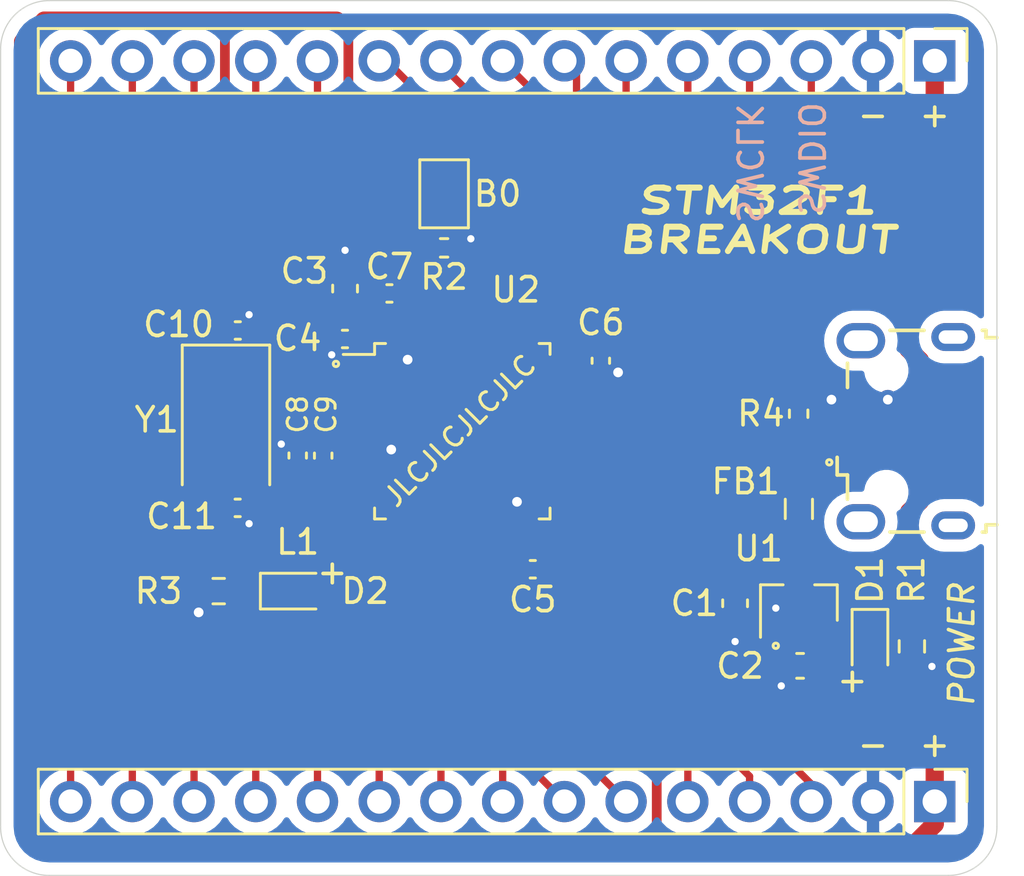
<source format=kicad_pcb>
(kicad_pcb (version 20171130) (host pcbnew "(5.1.7)-1")

  (general
    (thickness 1.6)
    (drawings 23)
    (tracks 300)
    (zones 0)
    (modules 26)
    (nets 40)
  )

  (page A4)
  (layers
    (0 F.Cu signal)
    (31 B.Cu signal)
    (32 B.Adhes user)
    (33 F.Adhes user)
    (34 B.Paste user)
    (35 F.Paste user)
    (36 B.SilkS user)
    (37 F.SilkS user)
    (38 B.Mask user)
    (39 F.Mask user)
    (40 Dwgs.User user)
    (41 Cmts.User user)
    (42 Eco1.User user)
    (43 Eco2.User user)
    (44 Edge.Cuts user)
    (45 Margin user)
    (46 B.CrtYd user)
    (47 F.CrtYd user)
    (48 B.Fab user hide)
    (49 F.Fab user hide)
  )

  (setup
    (last_trace_width 0.25)
    (user_trace_width 0.3)
    (user_trace_width 0.4)
    (user_trace_width 0.5)
    (user_trace_width 0.75)
    (trace_clearance 0.2)
    (zone_clearance 0.508)
    (zone_45_only no)
    (trace_min 0.2)
    (via_size 0.8)
    (via_drill 0.4)
    (via_min_size 0.4)
    (via_min_drill 0.3)
    (user_via 0.7 0.3)
    (uvia_size 0.3)
    (uvia_drill 0.1)
    (uvias_allowed no)
    (uvia_min_size 0.2)
    (uvia_min_drill 0.1)
    (edge_width 0.05)
    (segment_width 0.2)
    (pcb_text_width 0.3)
    (pcb_text_size 1.5 1.5)
    (mod_edge_width 0.12)
    (mod_text_size 1 1)
    (mod_text_width 0.15)
    (pad_size 1.45 2)
    (pad_drill 0.85)
    (pad_to_mask_clearance 0)
    (aux_axis_origin 0 0)
    (visible_elements 7FFFFFFF)
    (pcbplotparams
      (layerselection 0x010fc_ffffffff)
      (usegerberextensions false)
      (usegerberattributes true)
      (usegerberadvancedattributes true)
      (creategerberjobfile true)
      (excludeedgelayer true)
      (linewidth 0.100000)
      (plotframeref false)
      (viasonmask false)
      (mode 1)
      (useauxorigin false)
      (hpglpennumber 1)
      (hpglpenspeed 20)
      (hpglpendiameter 15.000000)
      (psnegative false)
      (psa4output false)
      (plotreference true)
      (plotvalue true)
      (plotinvisibletext false)
      (padsonsilk false)
      (subtractmaskfromsilk false)
      (outputformat 1)
      (mirror false)
      (drillshape 0)
      (scaleselection 1)
      (outputdirectory "gerber/"))
  )

  (net 0 "")
  (net 1 GND)
  (net 2 VCC)
  (net 3 +3V3)
  (net 4 +3.3VA)
  (net 5 /HSE_OUT)
  (net 6 /HSE_IN)
  (net 7 "Net-(D1-Pad1)")
  (net 8 /LED_STAT)
  (net 9 "Net-(D2-Pad1)")
  (net 10 +5V)
  (net 11 USB_D+)
  (net 12 USB_D-)
  (net 13 PC15)
  (net 14 PC14)
  (net 15 PC13)
  (net 16 PB9)
  (net 17 PB8)
  (net 18 PB7)
  (net 19 PB6)
  (net 20 PB5)
  (net 21 PB4)
  (net 22 SWO)
  (net 23 SWDIO)
  (net 24 SWCLK)
  (net 25 PA3)
  (net 26 PA4)
  (net 27 PA5)
  (net 28 PA6)
  (net 29 PA7)
  (net 30 PB0)
  (net 31 PB1)
  (net 32 PB2)
  (net 33 PB10)
  (net 34 PB11)
  (net 35 PA8)
  (net 36 PA9)
  (net 37 PA10)
  (net 38 /BOOT0)
  (net 39 PA15)

  (net_class Default "This is the default net class."
    (clearance 0.2)
    (trace_width 0.25)
    (via_dia 0.8)
    (via_drill 0.4)
    (uvia_dia 0.3)
    (uvia_drill 0.1)
    (add_net +3.3VA)
    (add_net +3V3)
    (add_net +5V)
    (add_net /BOOT0)
    (add_net /HSE_IN)
    (add_net /HSE_OUT)
    (add_net /LED_STAT)
    (add_net GND)
    (add_net "Net-(D1-Pad1)")
    (add_net "Net-(D2-Pad1)")
    (add_net PA10)
    (add_net PA15)
    (add_net PA3)
    (add_net PA4)
    (add_net PA5)
    (add_net PA6)
    (add_net PA7)
    (add_net PA8)
    (add_net PA9)
    (add_net PB0)
    (add_net PB1)
    (add_net PB10)
    (add_net PB11)
    (add_net PB2)
    (add_net PB4)
    (add_net PB5)
    (add_net PB6)
    (add_net PB7)
    (add_net PB8)
    (add_net PB9)
    (add_net PC13)
    (add_net PC14)
    (add_net PC15)
    (add_net SWCLK)
    (add_net SWDIO)
    (add_net SWO)
    (add_net USB_D+)
    (add_net USB_D-)
    (add_net VCC)
  )

  (module Package_QFP:LQFP-48_7x7mm_P0.5mm (layer F.Cu) (tedit 5D9F72AF) (tstamp 5FA82834)
    (at 72 45.72)
    (descr "LQFP, 48 Pin (https://www.analog.com/media/en/technical-documentation/data-sheets/ltc2358-16.pdf), generated with kicad-footprint-generator ipc_gullwing_generator.py")
    (tags "LQFP QFP")
    (path /5FA7B878)
    (attr smd)
    (fp_text reference U2 (at 2.2 -5.82) (layer F.SilkS)
      (effects (font (size 1 1) (thickness 0.15)))
    )
    (fp_text value STM32F103C8T6 (at 0 5.85) (layer F.Fab)
      (effects (font (size 1 1) (thickness 0.15)))
    )
    (fp_line (start 5.15 3.15) (end 5.15 0) (layer F.CrtYd) (width 0.05))
    (fp_line (start 3.75 3.15) (end 5.15 3.15) (layer F.CrtYd) (width 0.05))
    (fp_line (start 3.75 3.75) (end 3.75 3.15) (layer F.CrtYd) (width 0.05))
    (fp_line (start 3.15 3.75) (end 3.75 3.75) (layer F.CrtYd) (width 0.05))
    (fp_line (start 3.15 5.15) (end 3.15 3.75) (layer F.CrtYd) (width 0.05))
    (fp_line (start 0 5.15) (end 3.15 5.15) (layer F.CrtYd) (width 0.05))
    (fp_line (start -5.15 3.15) (end -5.15 0) (layer F.CrtYd) (width 0.05))
    (fp_line (start -3.75 3.15) (end -5.15 3.15) (layer F.CrtYd) (width 0.05))
    (fp_line (start -3.75 3.75) (end -3.75 3.15) (layer F.CrtYd) (width 0.05))
    (fp_line (start -3.15 3.75) (end -3.75 3.75) (layer F.CrtYd) (width 0.05))
    (fp_line (start -3.15 5.15) (end -3.15 3.75) (layer F.CrtYd) (width 0.05))
    (fp_line (start 0 5.15) (end -3.15 5.15) (layer F.CrtYd) (width 0.05))
    (fp_line (start 5.15 -3.15) (end 5.15 0) (layer F.CrtYd) (width 0.05))
    (fp_line (start 3.75 -3.15) (end 5.15 -3.15) (layer F.CrtYd) (width 0.05))
    (fp_line (start 3.75 -3.75) (end 3.75 -3.15) (layer F.CrtYd) (width 0.05))
    (fp_line (start 3.15 -3.75) (end 3.75 -3.75) (layer F.CrtYd) (width 0.05))
    (fp_line (start 3.15 -5.15) (end 3.15 -3.75) (layer F.CrtYd) (width 0.05))
    (fp_line (start 0 -5.15) (end 3.15 -5.15) (layer F.CrtYd) (width 0.05))
    (fp_line (start -5.15 -3.15) (end -5.15 0) (layer F.CrtYd) (width 0.05))
    (fp_line (start -3.75 -3.15) (end -5.15 -3.15) (layer F.CrtYd) (width 0.05))
    (fp_line (start -3.75 -3.75) (end -3.75 -3.15) (layer F.CrtYd) (width 0.05))
    (fp_line (start -3.15 -3.75) (end -3.75 -3.75) (layer F.CrtYd) (width 0.05))
    (fp_line (start -3.15 -5.15) (end -3.15 -3.75) (layer F.CrtYd) (width 0.05))
    (fp_line (start 0 -5.15) (end -3.15 -5.15) (layer F.CrtYd) (width 0.05))
    (fp_line (start -3.5 -2.5) (end -2.5 -3.5) (layer F.Fab) (width 0.1))
    (fp_line (start -3.5 3.5) (end -3.5 -2.5) (layer F.Fab) (width 0.1))
    (fp_line (start 3.5 3.5) (end -3.5 3.5) (layer F.Fab) (width 0.1))
    (fp_line (start 3.5 -3.5) (end 3.5 3.5) (layer F.Fab) (width 0.1))
    (fp_line (start -2.5 -3.5) (end 3.5 -3.5) (layer F.Fab) (width 0.1))
    (fp_line (start -3.61 -3.16) (end -4.9 -3.16) (layer F.SilkS) (width 0.12))
    (fp_line (start -3.61 -3.61) (end -3.61 -3.16) (layer F.SilkS) (width 0.12))
    (fp_line (start -3.16 -3.61) (end -3.61 -3.61) (layer F.SilkS) (width 0.12))
    (fp_line (start 3.61 -3.61) (end 3.61 -3.16) (layer F.SilkS) (width 0.12))
    (fp_line (start 3.16 -3.61) (end 3.61 -3.61) (layer F.SilkS) (width 0.12))
    (fp_line (start -3.61 3.61) (end -3.61 3.16) (layer F.SilkS) (width 0.12))
    (fp_line (start -3.16 3.61) (end -3.61 3.61) (layer F.SilkS) (width 0.12))
    (fp_line (start 3.61 3.61) (end 3.61 3.16) (layer F.SilkS) (width 0.12))
    (fp_line (start 3.16 3.61) (end 3.61 3.61) (layer F.SilkS) (width 0.12))
    (fp_text user %R (at 0 0) (layer F.Fab)
      (effects (font (size 1 1) (thickness 0.15)))
    )
    (pad 48 smd roundrect (at -2.75 -4.1625) (size 0.3 1.475) (layers F.Cu F.Paste F.Mask) (roundrect_rratio 0.25)
      (net 3 +3V3))
    (pad 47 smd roundrect (at -2.25 -4.1625) (size 0.3 1.475) (layers F.Cu F.Paste F.Mask) (roundrect_rratio 0.25)
      (net 1 GND))
    (pad 46 smd roundrect (at -1.75 -4.1625) (size 0.3 1.475) (layers F.Cu F.Paste F.Mask) (roundrect_rratio 0.25)
      (net 16 PB9))
    (pad 45 smd roundrect (at -1.25 -4.1625) (size 0.3 1.475) (layers F.Cu F.Paste F.Mask) (roundrect_rratio 0.25)
      (net 17 PB8))
    (pad 44 smd roundrect (at -0.75 -4.1625) (size 0.3 1.475) (layers F.Cu F.Paste F.Mask) (roundrect_rratio 0.25)
      (net 38 /BOOT0))
    (pad 43 smd roundrect (at -0.25 -4.1625) (size 0.3 1.475) (layers F.Cu F.Paste F.Mask) (roundrect_rratio 0.25)
      (net 18 PB7))
    (pad 42 smd roundrect (at 0.25 -4.1625) (size 0.3 1.475) (layers F.Cu F.Paste F.Mask) (roundrect_rratio 0.25)
      (net 19 PB6))
    (pad 41 smd roundrect (at 0.75 -4.1625) (size 0.3 1.475) (layers F.Cu F.Paste F.Mask) (roundrect_rratio 0.25)
      (net 20 PB5))
    (pad 40 smd roundrect (at 1.25 -4.1625) (size 0.3 1.475) (layers F.Cu F.Paste F.Mask) (roundrect_rratio 0.25)
      (net 21 PB4))
    (pad 39 smd roundrect (at 1.75 -4.1625) (size 0.3 1.475) (layers F.Cu F.Paste F.Mask) (roundrect_rratio 0.25)
      (net 22 SWO))
    (pad 38 smd roundrect (at 2.25 -4.1625) (size 0.3 1.475) (layers F.Cu F.Paste F.Mask) (roundrect_rratio 0.25)
      (net 39 PA15))
    (pad 37 smd roundrect (at 2.75 -4.1625) (size 0.3 1.475) (layers F.Cu F.Paste F.Mask) (roundrect_rratio 0.25)
      (net 24 SWCLK))
    (pad 36 smd roundrect (at 4.1625 -2.75) (size 1.475 0.3) (layers F.Cu F.Paste F.Mask) (roundrect_rratio 0.25)
      (net 3 +3V3))
    (pad 35 smd roundrect (at 4.1625 -2.25) (size 1.475 0.3) (layers F.Cu F.Paste F.Mask) (roundrect_rratio 0.25)
      (net 1 GND))
    (pad 34 smd roundrect (at 4.1625 -1.75) (size 1.475 0.3) (layers F.Cu F.Paste F.Mask) (roundrect_rratio 0.25)
      (net 23 SWDIO))
    (pad 33 smd roundrect (at 4.1625 -1.25) (size 1.475 0.3) (layers F.Cu F.Paste F.Mask) (roundrect_rratio 0.25)
      (net 11 USB_D+))
    (pad 32 smd roundrect (at 4.1625 -0.75) (size 1.475 0.3) (layers F.Cu F.Paste F.Mask) (roundrect_rratio 0.25)
      (net 12 USB_D-))
    (pad 31 smd roundrect (at 4.1625 -0.25) (size 1.475 0.3) (layers F.Cu F.Paste F.Mask) (roundrect_rratio 0.25)
      (net 37 PA10))
    (pad 30 smd roundrect (at 4.1625 0.25) (size 1.475 0.3) (layers F.Cu F.Paste F.Mask) (roundrect_rratio 0.25)
      (net 36 PA9))
    (pad 29 smd roundrect (at 4.1625 0.75) (size 1.475 0.3) (layers F.Cu F.Paste F.Mask) (roundrect_rratio 0.25)
      (net 35 PA8))
    (pad 28 smd roundrect (at 4.1625 1.25) (size 1.475 0.3) (layers F.Cu F.Paste F.Mask) (roundrect_rratio 0.25))
    (pad 27 smd roundrect (at 4.1625 1.75) (size 1.475 0.3) (layers F.Cu F.Paste F.Mask) (roundrect_rratio 0.25))
    (pad 26 smd roundrect (at 4.1625 2.25) (size 1.475 0.3) (layers F.Cu F.Paste F.Mask) (roundrect_rratio 0.25))
    (pad 25 smd roundrect (at 4.1625 2.75) (size 1.475 0.3) (layers F.Cu F.Paste F.Mask) (roundrect_rratio 0.25))
    (pad 24 smd roundrect (at 2.75 4.1625) (size 0.3 1.475) (layers F.Cu F.Paste F.Mask) (roundrect_rratio 0.25)
      (net 3 +3V3))
    (pad 23 smd roundrect (at 2.25 4.1625) (size 0.3 1.475) (layers F.Cu F.Paste F.Mask) (roundrect_rratio 0.25)
      (net 1 GND))
    (pad 22 smd roundrect (at 1.75 4.1625) (size 0.3 1.475) (layers F.Cu F.Paste F.Mask) (roundrect_rratio 0.25)
      (net 34 PB11))
    (pad 21 smd roundrect (at 1.25 4.1625) (size 0.3 1.475) (layers F.Cu F.Paste F.Mask) (roundrect_rratio 0.25)
      (net 33 PB10))
    (pad 20 smd roundrect (at 0.75 4.1625) (size 0.3 1.475) (layers F.Cu F.Paste F.Mask) (roundrect_rratio 0.25)
      (net 32 PB2))
    (pad 19 smd roundrect (at 0.25 4.1625) (size 0.3 1.475) (layers F.Cu F.Paste F.Mask) (roundrect_rratio 0.25)
      (net 31 PB1))
    (pad 18 smd roundrect (at -0.25 4.1625) (size 0.3 1.475) (layers F.Cu F.Paste F.Mask) (roundrect_rratio 0.25)
      (net 30 PB0))
    (pad 17 smd roundrect (at -0.75 4.1625) (size 0.3 1.475) (layers F.Cu F.Paste F.Mask) (roundrect_rratio 0.25)
      (net 29 PA7))
    (pad 16 smd roundrect (at -1.25 4.1625) (size 0.3 1.475) (layers F.Cu F.Paste F.Mask) (roundrect_rratio 0.25)
      (net 28 PA6))
    (pad 15 smd roundrect (at -1.75 4.1625) (size 0.3 1.475) (layers F.Cu F.Paste F.Mask) (roundrect_rratio 0.25)
      (net 27 PA5))
    (pad 14 smd roundrect (at -2.25 4.1625) (size 0.3 1.475) (layers F.Cu F.Paste F.Mask) (roundrect_rratio 0.25)
      (net 26 PA4))
    (pad 13 smd roundrect (at -2.75 4.1625) (size 0.3 1.475) (layers F.Cu F.Paste F.Mask) (roundrect_rratio 0.25)
      (net 25 PA3))
    (pad 12 smd roundrect (at -4.1625 2.75) (size 1.475 0.3) (layers F.Cu F.Paste F.Mask) (roundrect_rratio 0.25))
    (pad 11 smd roundrect (at -4.1625 2.25) (size 1.475 0.3) (layers F.Cu F.Paste F.Mask) (roundrect_rratio 0.25)
      (net 8 /LED_STAT))
    (pad 10 smd roundrect (at -4.1625 1.75) (size 1.475 0.3) (layers F.Cu F.Paste F.Mask) (roundrect_rratio 0.25))
    (pad 9 smd roundrect (at -4.1625 1.25) (size 1.475 0.3) (layers F.Cu F.Paste F.Mask) (roundrect_rratio 0.25)
      (net 4 +3.3VA))
    (pad 8 smd roundrect (at -4.1625 0.75) (size 1.475 0.3) (layers F.Cu F.Paste F.Mask) (roundrect_rratio 0.25)
      (net 1 GND))
    (pad 7 smd roundrect (at -4.1625 0.25) (size 1.475 0.3) (layers F.Cu F.Paste F.Mask) (roundrect_rratio 0.25))
    (pad 6 smd roundrect (at -4.1625 -0.25) (size 1.475 0.3) (layers F.Cu F.Paste F.Mask) (roundrect_rratio 0.25)
      (net 6 /HSE_IN))
    (pad 5 smd roundrect (at -4.1625 -0.75) (size 1.475 0.3) (layers F.Cu F.Paste F.Mask) (roundrect_rratio 0.25)
      (net 5 /HSE_OUT))
    (pad 4 smd roundrect (at -4.1625 -1.25) (size 1.475 0.3) (layers F.Cu F.Paste F.Mask) (roundrect_rratio 0.25)
      (net 13 PC15))
    (pad 3 smd roundrect (at -4.1625 -1.75) (size 1.475 0.3) (layers F.Cu F.Paste F.Mask) (roundrect_rratio 0.25)
      (net 14 PC14))
    (pad 2 smd roundrect (at -4.1625 -2.25) (size 1.475 0.3) (layers F.Cu F.Paste F.Mask) (roundrect_rratio 0.25)
      (net 15 PC13))
    (pad 1 smd roundrect (at -4.1625 -2.75) (size 1.475 0.3) (layers F.Cu F.Paste F.Mask) (roundrect_rratio 0.25)
      (net 3 +3V3))
    (model ${KISYS3DMOD}/Package_QFP.3dshapes/LQFP-48_7x7mm_P0.5mm.wrl
      (at (xyz 0 0 0))
      (scale (xyz 1 1 1))
      (rotate (xyz 0 0 0))
    )
  )

  (module Resistor_SMD:R_0402_1005Metric (layer F.Cu) (tedit 5F68FEEE) (tstamp 5FA85E5B)
    (at 85.84 45 270)
    (descr "Resistor SMD 0402 (1005 Metric), square (rectangular) end terminal, IPC_7351 nominal, (Body size source: IPC-SM-782 page 72, https://www.pcb-3d.com/wordpress/wp-content/uploads/ipc-sm-782a_amendment_1_and_2.pdf), generated with kicad-footprint-generator")
    (tags resistor)
    (path /5FB3CFDC)
    (attr smd)
    (fp_text reference R4 (at 0 1.55 180) (layer F.SilkS)
      (effects (font (size 1 1) (thickness 0.15)))
    )
    (fp_text value 1k5 (at 0 1.43 90) (layer F.Fab)
      (effects (font (size 1 1) (thickness 0.15)))
    )
    (fp_line (start 0.93 0.47) (end -0.93 0.47) (layer F.CrtYd) (width 0.05))
    (fp_line (start 0.93 -0.47) (end 0.93 0.47) (layer F.CrtYd) (width 0.05))
    (fp_line (start -0.93 -0.47) (end 0.93 -0.47) (layer F.CrtYd) (width 0.05))
    (fp_line (start -0.93 0.47) (end -0.93 -0.47) (layer F.CrtYd) (width 0.05))
    (fp_line (start -0.153641 0.38) (end 0.153641 0.38) (layer F.SilkS) (width 0.12))
    (fp_line (start -0.153641 -0.38) (end 0.153641 -0.38) (layer F.SilkS) (width 0.12))
    (fp_line (start 0.525 0.27) (end -0.525 0.27) (layer F.Fab) (width 0.1))
    (fp_line (start 0.525 -0.27) (end 0.525 0.27) (layer F.Fab) (width 0.1))
    (fp_line (start -0.525 -0.27) (end 0.525 -0.27) (layer F.Fab) (width 0.1))
    (fp_line (start -0.525 0.27) (end -0.525 -0.27) (layer F.Fab) (width 0.1))
    (fp_text user %R (at 0 0 90) (layer F.Fab)
      (effects (font (size 0.4 0.4) (thickness 0.06)))
    )
    (pad 2 smd roundrect (at 0.51 0 270) (size 0.54 0.64) (layers F.Cu F.Paste F.Mask) (roundrect_rratio 0.25)
      (net 11 USB_D+))
    (pad 1 smd roundrect (at -0.51 0 270) (size 0.54 0.64) (layers F.Cu F.Paste F.Mask) (roundrect_rratio 0.25)
      (net 3 +3V3))
    (model ${KISYS3DMOD}/Resistor_SMD.3dshapes/R_0402_1005Metric.wrl
      (at (xyz 0 0 0))
      (scale (xyz 1 1 1))
      (rotate (xyz 0 0 0))
    )
  )

  (module Crystal:Crystal_SMD_5032-2Pin_5.0x3.2mm (layer F.Cu) (tedit 5A0FD1B2) (tstamp 5FA8284F)
    (at 62.275 45.225 270)
    (descr "SMD Crystal SERIES SMD2520/2 http://www.icbase.com/File/PDF/HKC/HKC00061008.pdf, 5.0x3.2mm^2 package")
    (tags "SMD SMT crystal")
    (path /5FA88674)
    (attr smd)
    (fp_text reference Y1 (at 0.025 2.85) (layer F.SilkS)
      (effects (font (size 1 1) (thickness 0.15)))
    )
    (fp_text value 8MHz (at 0 2.8 90) (layer F.Fab)
      (effects (font (size 1 1) (thickness 0.15)))
    )
    (fp_circle (center 0 0) (end 0.093333 0) (layer F.Adhes) (width 0.186667))
    (fp_circle (center 0 0) (end 0.213333 0) (layer F.Adhes) (width 0.133333))
    (fp_circle (center 0 0) (end 0.333333 0) (layer F.Adhes) (width 0.133333))
    (fp_circle (center 0 0) (end 0.4 0) (layer F.Adhes) (width 0.1))
    (fp_line (start 3.1 -1.9) (end -3.1 -1.9) (layer F.CrtYd) (width 0.05))
    (fp_line (start 3.1 1.9) (end 3.1 -1.9) (layer F.CrtYd) (width 0.05))
    (fp_line (start -3.1 1.9) (end 3.1 1.9) (layer F.CrtYd) (width 0.05))
    (fp_line (start -3.1 -1.9) (end -3.1 1.9) (layer F.CrtYd) (width 0.05))
    (fp_line (start -3.05 1.8) (end 2.7 1.8) (layer F.SilkS) (width 0.12))
    (fp_line (start -3.05 -1.8) (end -3.05 1.8) (layer F.SilkS) (width 0.12))
    (fp_line (start 2.7 -1.8) (end -3.05 -1.8) (layer F.SilkS) (width 0.12))
    (fp_line (start -2.5 0.6) (end -1.5 1.6) (layer F.Fab) (width 0.1))
    (fp_line (start -2.5 -1.4) (end -2.3 -1.6) (layer F.Fab) (width 0.1))
    (fp_line (start -2.5 1.4) (end -2.5 -1.4) (layer F.Fab) (width 0.1))
    (fp_line (start -2.3 1.6) (end -2.5 1.4) (layer F.Fab) (width 0.1))
    (fp_line (start 2.3 1.6) (end -2.3 1.6) (layer F.Fab) (width 0.1))
    (fp_line (start 2.5 1.4) (end 2.3 1.6) (layer F.Fab) (width 0.1))
    (fp_line (start 2.5 -1.4) (end 2.5 1.4) (layer F.Fab) (width 0.1))
    (fp_line (start 2.3 -1.6) (end 2.5 -1.4) (layer F.Fab) (width 0.1))
    (fp_line (start -2.3 -1.6) (end 2.3 -1.6) (layer F.Fab) (width 0.1))
    (fp_text user %R (at 0 0 90) (layer F.Fab)
      (effects (font (size 1 1) (thickness 0.15)))
    )
    (pad 2 smd rect (at 1.85 0 270) (size 2 2.4) (layers F.Cu F.Paste F.Mask)
      (net 6 /HSE_IN))
    (pad 1 smd rect (at -1.85 0 270) (size 2 2.4) (layers F.Cu F.Paste F.Mask)
      (net 5 /HSE_OUT))
    (model ${KISYS3DMOD}/Crystal.3dshapes/Crystal_SMD_0603-2Pin_6.0x3.5mm.step
      (at (xyz 0 0 0))
      (scale (xyz 1 1 1))
      (rotate (xyz 0 0 0))
    )
  )

  (module Package_TO_SOT_SMD:SOT-23 (layer F.Cu) (tedit 5A02FF57) (tstamp 5FA827D9)
    (at 85.85 52.8 90)
    (descr "SOT-23, Standard")
    (tags SOT-23)
    (path /5FAED1BA)
    (attr smd)
    (fp_text reference U1 (at 2.25 -1.66 180) (layer F.SilkS)
      (effects (font (size 1 1) (thickness 0.15)))
    )
    (fp_text value XC6206P332MR (at 0 2.5 90) (layer F.Fab)
      (effects (font (size 1 1) (thickness 0.15)))
    )
    (fp_line (start 0.76 1.58) (end -0.7 1.58) (layer F.SilkS) (width 0.12))
    (fp_line (start 0.76 -1.58) (end -1.4 -1.58) (layer F.SilkS) (width 0.12))
    (fp_line (start -1.7 1.75) (end -1.7 -1.75) (layer F.CrtYd) (width 0.05))
    (fp_line (start 1.7 1.75) (end -1.7 1.75) (layer F.CrtYd) (width 0.05))
    (fp_line (start 1.7 -1.75) (end 1.7 1.75) (layer F.CrtYd) (width 0.05))
    (fp_line (start -1.7 -1.75) (end 1.7 -1.75) (layer F.CrtYd) (width 0.05))
    (fp_line (start 0.76 -1.58) (end 0.76 -0.65) (layer F.SilkS) (width 0.12))
    (fp_line (start 0.76 1.58) (end 0.76 0.65) (layer F.SilkS) (width 0.12))
    (fp_line (start -0.7 1.52) (end 0.7 1.52) (layer F.Fab) (width 0.1))
    (fp_line (start 0.7 -1.52) (end 0.7 1.52) (layer F.Fab) (width 0.1))
    (fp_line (start -0.7 -0.95) (end -0.15 -1.52) (layer F.Fab) (width 0.1))
    (fp_line (start -0.15 -1.52) (end 0.7 -1.52) (layer F.Fab) (width 0.1))
    (fp_line (start -0.7 -0.95) (end -0.7 1.5) (layer F.Fab) (width 0.1))
    (fp_text user %R (at 0 0) (layer F.Fab)
      (effects (font (size 0.5 0.5) (thickness 0.075)))
    )
    (pad 3 smd rect (at 1 0 90) (size 0.9 0.8) (layers F.Cu F.Paste F.Mask)
      (net 2 VCC))
    (pad 2 smd rect (at -1 0.95 90) (size 0.9 0.8) (layers F.Cu F.Paste F.Mask)
      (net 3 +3V3))
    (pad 1 smd rect (at -1 -0.95 90) (size 0.9 0.8) (layers F.Cu F.Paste F.Mask)
      (net 1 GND))
    (model ${KISYS3DMOD}/Package_TO_SOT_SMD.3dshapes/SOT-23.wrl
      (at (xyz 0 0 0))
      (scale (xyz 1 1 1))
      (rotate (xyz 0 0 0))
    )
  )

  (module Resistor_SMD:R_0603_1608Metric (layer F.Cu) (tedit 5F68FEEE) (tstamp 5FA827B3)
    (at 61.975 52.3 180)
    (descr "Resistor SMD 0603 (1608 Metric), square (rectangular) end terminal, IPC_7351 nominal, (Body size source: IPC-SM-782 page 72, https://www.pcb-3d.com/wordpress/wp-content/uploads/ipc-sm-782a_amendment_1_and_2.pdf), generated with kicad-footprint-generator")
    (tags resistor)
    (path /5FAB6087)
    (attr smd)
    (fp_text reference R3 (at 2.475 0) (layer F.SilkS)
      (effects (font (size 1 1) (thickness 0.15)))
    )
    (fp_text value 1k5 (at 0 1.43) (layer F.Fab)
      (effects (font (size 1 1) (thickness 0.15)))
    )
    (fp_line (start 1.48 0.73) (end -1.48 0.73) (layer F.CrtYd) (width 0.05))
    (fp_line (start 1.48 -0.73) (end 1.48 0.73) (layer F.CrtYd) (width 0.05))
    (fp_line (start -1.48 -0.73) (end 1.48 -0.73) (layer F.CrtYd) (width 0.05))
    (fp_line (start -1.48 0.73) (end -1.48 -0.73) (layer F.CrtYd) (width 0.05))
    (fp_line (start -0.237258 0.5225) (end 0.237258 0.5225) (layer F.SilkS) (width 0.12))
    (fp_line (start -0.237258 -0.5225) (end 0.237258 -0.5225) (layer F.SilkS) (width 0.12))
    (fp_line (start 0.8 0.4125) (end -0.8 0.4125) (layer F.Fab) (width 0.1))
    (fp_line (start 0.8 -0.4125) (end 0.8 0.4125) (layer F.Fab) (width 0.1))
    (fp_line (start -0.8 -0.4125) (end 0.8 -0.4125) (layer F.Fab) (width 0.1))
    (fp_line (start -0.8 0.4125) (end -0.8 -0.4125) (layer F.Fab) (width 0.1))
    (fp_text user %R (at 0 0) (layer F.Fab)
      (effects (font (size 0.4 0.4) (thickness 0.06)))
    )
    (pad 2 smd roundrect (at 0.825 0 180) (size 0.8 0.95) (layers F.Cu F.Paste F.Mask) (roundrect_rratio 0.25)
      (net 1 GND))
    (pad 1 smd roundrect (at -0.825 0 180) (size 0.8 0.95) (layers F.Cu F.Paste F.Mask) (roundrect_rratio 0.25)
      (net 9 "Net-(D2-Pad1)"))
    (model ${KISYS3DMOD}/Resistor_SMD.3dshapes/R_0603_1608Metric.wrl
      (at (xyz 0 0 0))
      (scale (xyz 1 1 1))
      (rotate (xyz 0 0 0))
    )
  )

  (module Resistor_SMD:R_0402_1005Metric (layer F.Cu) (tedit 5F68FEEE) (tstamp 5FA827A2)
    (at 71.25 38.175)
    (descr "Resistor SMD 0402 (1005 Metric), square (rectangular) end terminal, IPC_7351 nominal, (Body size source: IPC-SM-782 page 72, https://www.pcb-3d.com/wordpress/wp-content/uploads/ipc-sm-782a_amendment_1_and_2.pdf), generated with kicad-footprint-generator")
    (tags resistor)
    (path /5FA9709C)
    (attr smd)
    (fp_text reference R2 (at 0 1.2) (layer F.SilkS)
      (effects (font (size 1 1) (thickness 0.15)))
    )
    (fp_text value 10k (at 0 1.17) (layer F.Fab)
      (effects (font (size 1 1) (thickness 0.15)))
    )
    (fp_line (start 0.93 0.47) (end -0.93 0.47) (layer F.CrtYd) (width 0.05))
    (fp_line (start 0.93 -0.47) (end 0.93 0.47) (layer F.CrtYd) (width 0.05))
    (fp_line (start -0.93 -0.47) (end 0.93 -0.47) (layer F.CrtYd) (width 0.05))
    (fp_line (start -0.93 0.47) (end -0.93 -0.47) (layer F.CrtYd) (width 0.05))
    (fp_line (start -0.153641 0.38) (end 0.153641 0.38) (layer F.SilkS) (width 0.12))
    (fp_line (start -0.153641 -0.38) (end 0.153641 -0.38) (layer F.SilkS) (width 0.12))
    (fp_line (start 0.525 0.27) (end -0.525 0.27) (layer F.Fab) (width 0.1))
    (fp_line (start 0.525 -0.27) (end 0.525 0.27) (layer F.Fab) (width 0.1))
    (fp_line (start -0.525 -0.27) (end 0.525 -0.27) (layer F.Fab) (width 0.1))
    (fp_line (start -0.525 0.27) (end -0.525 -0.27) (layer F.Fab) (width 0.1))
    (fp_text user %R (at 0 0) (layer F.Fab)
      (effects (font (size 0.26 0.26) (thickness 0.04)))
    )
    (pad 2 smd roundrect (at 0.51 0) (size 0.54 0.64) (layers F.Cu F.Paste F.Mask) (roundrect_rratio 0.25)
      (net 1 GND))
    (pad 1 smd roundrect (at -0.51 0) (size 0.54 0.64) (layers F.Cu F.Paste F.Mask) (roundrect_rratio 0.25)
      (net 38 /BOOT0))
    (model ${KISYS3DMOD}/Resistor_SMD.3dshapes/R_0402_1005Metric.wrl
      (at (xyz 0 0 0))
      (scale (xyz 1 1 1))
      (rotate (xyz 0 0 0))
    )
  )

  (module Resistor_SMD:R_0603_1608Metric (layer F.Cu) (tedit 5F68FEEE) (tstamp 5FA82791)
    (at 90.5 54.575 270)
    (descr "Resistor SMD 0603 (1608 Metric), square (rectangular) end terminal, IPC_7351 nominal, (Body size source: IPC-SM-782 page 72, https://www.pcb-3d.com/wordpress/wp-content/uploads/ipc-sm-782a_amendment_1_and_2.pdf), generated with kicad-footprint-generator")
    (tags resistor)
    (path /5FB283A1)
    (attr smd)
    (fp_text reference R1 (at -2.735 0.01 90) (layer F.SilkS)
      (effects (font (size 1 1) (thickness 0.15)))
    )
    (fp_text value 1k5 (at 0 1.43 90) (layer F.Fab)
      (effects (font (size 1 1) (thickness 0.15)))
    )
    (fp_line (start 1.48 0.73) (end -1.48 0.73) (layer F.CrtYd) (width 0.05))
    (fp_line (start 1.48 -0.73) (end 1.48 0.73) (layer F.CrtYd) (width 0.05))
    (fp_line (start -1.48 -0.73) (end 1.48 -0.73) (layer F.CrtYd) (width 0.05))
    (fp_line (start -1.48 0.73) (end -1.48 -0.73) (layer F.CrtYd) (width 0.05))
    (fp_line (start -0.237258 0.5225) (end 0.237258 0.5225) (layer F.SilkS) (width 0.12))
    (fp_line (start -0.237258 -0.5225) (end 0.237258 -0.5225) (layer F.SilkS) (width 0.12))
    (fp_line (start 0.8 0.4125) (end -0.8 0.4125) (layer F.Fab) (width 0.1))
    (fp_line (start 0.8 -0.4125) (end 0.8 0.4125) (layer F.Fab) (width 0.1))
    (fp_line (start -0.8 -0.4125) (end 0.8 -0.4125) (layer F.Fab) (width 0.1))
    (fp_line (start -0.8 0.4125) (end -0.8 -0.4125) (layer F.Fab) (width 0.1))
    (fp_text user %R (at 0 0 90) (layer F.Fab)
      (effects (font (size 0.4 0.4) (thickness 0.06)))
    )
    (pad 2 smd roundrect (at 0.825 0 270) (size 0.8 0.95) (layers F.Cu F.Paste F.Mask) (roundrect_rratio 0.25)
      (net 1 GND))
    (pad 1 smd roundrect (at -0.825 0 270) (size 0.8 0.95) (layers F.Cu F.Paste F.Mask) (roundrect_rratio 0.25)
      (net 7 "Net-(D1-Pad1)"))
    (model ${KISYS3DMOD}/Resistor_SMD.3dshapes/R_0603_1608Metric.wrl
      (at (xyz 0 0 0))
      (scale (xyz 1 1 1))
      (rotate (xyz 0 0 0))
    )
  )

  (module Inductor_SMD:L_0402_1005Metric (layer F.Cu) (tedit 5F68FEF0) (tstamp 5FA82780)
    (at 65.225 48.685 90)
    (descr "Inductor SMD 0402 (1005 Metric), square (rectangular) end terminal, IPC_7351 nominal, (Body size source: http://www.tortai-tech.com/upload/download/2011102023233369053.pdf), generated with kicad-footprint-generator")
    (tags inductor)
    (path /5FAC4393)
    (attr smd)
    (fp_text reference L1 (at -1.59 0 180) (layer F.SilkS)
      (effects (font (size 1 1) (thickness 0.15)))
    )
    (fp_text value 27n (at 0 1.17 90) (layer F.Fab)
      (effects (font (size 1 1) (thickness 0.15)))
    )
    (fp_line (start 0.93 0.47) (end -0.93 0.47) (layer F.CrtYd) (width 0.05))
    (fp_line (start 0.93 -0.47) (end 0.93 0.47) (layer F.CrtYd) (width 0.05))
    (fp_line (start -0.93 -0.47) (end 0.93 -0.47) (layer F.CrtYd) (width 0.05))
    (fp_line (start -0.93 0.47) (end -0.93 -0.47) (layer F.CrtYd) (width 0.05))
    (fp_line (start 0.5 0.25) (end -0.5 0.25) (layer F.Fab) (width 0.1))
    (fp_line (start 0.5 -0.25) (end 0.5 0.25) (layer F.Fab) (width 0.1))
    (fp_line (start -0.5 -0.25) (end 0.5 -0.25) (layer F.Fab) (width 0.1))
    (fp_line (start -0.5 0.25) (end -0.5 -0.25) (layer F.Fab) (width 0.1))
    (fp_text user %R (at 0 0 90) (layer F.Fab)
      (effects (font (size 0.25 0.25) (thickness 0.04)))
    )
    (pad 2 smd roundrect (at 0.485 0 90) (size 0.59 0.64) (layers F.Cu F.Paste F.Mask) (roundrect_rratio 0.25)
      (net 4 +3.3VA))
    (pad 1 smd roundrect (at -0.485 0 90) (size 0.59 0.64) (layers F.Cu F.Paste F.Mask) (roundrect_rratio 0.25)
      (net 3 +3V3))
    (model ${KISYS3DMOD}/Inductor_SMD.3dshapes/L_0402_1005Metric.wrl
      (at (xyz 0 0 0))
      (scale (xyz 1 1 1))
      (rotate (xyz 0 0 0))
    )
  )

  (module Jumper:SolderJumper-2_P1.3mm_Open_Pad1.0x1.5mm (layer F.Cu) (tedit 5A3EABFC) (tstamp 5FA82771)
    (at 71.25 35.95 270)
    (descr "SMD Solder Jumper, 1x1.5mm Pads, 0.3mm gap, open")
    (tags "solder jumper open")
    (path /5FA95D1D)
    (attr virtual)
    (fp_text reference JP1 (at 0 -1.8 90) (layer F.Fab)
      (effects (font (size 1 1) (thickness 0.15)))
    )
    (fp_text value SolderJumper_2_Open (at 0 1.9 90) (layer F.Fab)
      (effects (font (size 1 1) (thickness 0.15)))
    )
    (fp_line (start 1.65 1.25) (end -1.65 1.25) (layer F.CrtYd) (width 0.05))
    (fp_line (start 1.65 1.25) (end 1.65 -1.25) (layer F.CrtYd) (width 0.05))
    (fp_line (start -1.65 -1.25) (end -1.65 1.25) (layer F.CrtYd) (width 0.05))
    (fp_line (start -1.65 -1.25) (end 1.65 -1.25) (layer F.CrtYd) (width 0.05))
    (fp_line (start -1.4 -1) (end 1.4 -1) (layer F.SilkS) (width 0.12))
    (fp_line (start 1.4 -1) (end 1.4 1) (layer F.SilkS) (width 0.12))
    (fp_line (start 1.4 1) (end -1.4 1) (layer F.SilkS) (width 0.12))
    (fp_line (start -1.4 1) (end -1.4 -1) (layer F.SilkS) (width 0.12))
    (pad 1 smd rect (at -0.65 0 270) (size 1 1.5) (layers F.Cu F.Mask)
      (net 3 +3V3))
    (pad 2 smd rect (at 0.65 0 270) (size 1 1.5) (layers F.Cu F.Mask)
      (net 38 /BOOT0))
  )

  (module Connector_PinHeader_2.54mm:PinHeader_1x15_P2.54mm_Vertical (layer F.Cu) (tedit 59FED5CC) (tstamp 5FA905EB)
    (at 91.44 60.96 270)
    (descr "Through hole straight pin header, 1x15, 2.54mm pitch, single row")
    (tags "Through hole pin header THT 1x15 2.54mm single row")
    (path /5FB1F98E)
    (fp_text reference J3 (at 0 -2.33 90) (layer F.Fab)
      (effects (font (size 1 1) (thickness 0.15)))
    )
    (fp_text value Conn_01x15 (at 0 37.89 90) (layer F.Fab)
      (effects (font (size 1 1) (thickness 0.15)))
    )
    (fp_line (start 1.8 -1.8) (end -1.8 -1.8) (layer F.CrtYd) (width 0.05))
    (fp_line (start 1.8 37.35) (end 1.8 -1.8) (layer F.CrtYd) (width 0.05))
    (fp_line (start -1.8 37.35) (end 1.8 37.35) (layer F.CrtYd) (width 0.05))
    (fp_line (start -1.8 -1.8) (end -1.8 37.35) (layer F.CrtYd) (width 0.05))
    (fp_line (start -1.33 -1.33) (end 0 -1.33) (layer F.SilkS) (width 0.12))
    (fp_line (start -1.33 0) (end -1.33 -1.33) (layer F.SilkS) (width 0.12))
    (fp_line (start -1.33 1.27) (end 1.33 1.27) (layer F.SilkS) (width 0.12))
    (fp_line (start 1.33 1.27) (end 1.33 36.89) (layer F.SilkS) (width 0.12))
    (fp_line (start -1.33 1.27) (end -1.33 36.89) (layer F.SilkS) (width 0.12))
    (fp_line (start -1.33 36.89) (end 1.33 36.89) (layer F.SilkS) (width 0.12))
    (fp_line (start -1.27 -0.635) (end -0.635 -1.27) (layer F.Fab) (width 0.1))
    (fp_line (start -1.27 36.83) (end -1.27 -0.635) (layer F.Fab) (width 0.1))
    (fp_line (start 1.27 36.83) (end -1.27 36.83) (layer F.Fab) (width 0.1))
    (fp_line (start 1.27 -1.27) (end 1.27 36.83) (layer F.Fab) (width 0.1))
    (fp_line (start -0.635 -1.27) (end 1.27 -1.27) (layer F.Fab) (width 0.1))
    (fp_text user %R (at 0 17.78) (layer F.Fab)
      (effects (font (size 1 1) (thickness 0.15)))
    )
    (pad 15 thru_hole oval (at 0 35.56 270) (size 1.7 1.7) (drill 1) (layers *.Cu *.Mask)
      (net 25 PA3))
    (pad 14 thru_hole oval (at 0 33.02 270) (size 1.7 1.7) (drill 1) (layers *.Cu *.Mask)
      (net 26 PA4))
    (pad 13 thru_hole oval (at 0 30.48 270) (size 1.7 1.7) (drill 1) (layers *.Cu *.Mask)
      (net 27 PA5))
    (pad 12 thru_hole oval (at 0 27.94 270) (size 1.7 1.7) (drill 1) (layers *.Cu *.Mask)
      (net 28 PA6))
    (pad 11 thru_hole oval (at 0 25.4 270) (size 1.7 1.7) (drill 1) (layers *.Cu *.Mask)
      (net 29 PA7))
    (pad 10 thru_hole oval (at 0 22.86 270) (size 1.7 1.7) (drill 1) (layers *.Cu *.Mask)
      (net 30 PB0))
    (pad 9 thru_hole oval (at 0 20.32 270) (size 1.7 1.7) (drill 1) (layers *.Cu *.Mask)
      (net 31 PB1))
    (pad 8 thru_hole oval (at 0 17.78 270) (size 1.7 1.7) (drill 1) (layers *.Cu *.Mask)
      (net 32 PB2))
    (pad 7 thru_hole oval (at 0 15.24 270) (size 1.7 1.7) (drill 1) (layers *.Cu *.Mask)
      (net 33 PB10))
    (pad 6 thru_hole oval (at 0 12.7 270) (size 1.7 1.7) (drill 1) (layers *.Cu *.Mask)
      (net 34 PB11))
    (pad 5 thru_hole oval (at 0 10.16 270) (size 1.7 1.7) (drill 1) (layers *.Cu *.Mask)
      (net 35 PA8))
    (pad 4 thru_hole oval (at 0 7.62 270) (size 1.7 1.7) (drill 1) (layers *.Cu *.Mask)
      (net 36 PA9))
    (pad 3 thru_hole oval (at 0 5.08 270) (size 1.7 1.7) (drill 1) (layers *.Cu *.Mask)
      (net 37 PA10))
    (pad 2 thru_hole oval (at 0 2.54 270) (size 1.7 1.7) (drill 1) (layers *.Cu *.Mask)
      (net 1 GND))
    (pad 1 thru_hole rect (at 0 0 270) (size 1.7 1.7) (drill 1) (layers *.Cu *.Mask)
      (net 3 +3V3))
    (model ${KISYS3DMOD}/Connector_PinHeader_2.54mm.3dshapes/PinHeader_1x15_P2.54mm_Vertical.wrl
      (at (xyz 0 0 0))
      (scale (xyz 1 1 1))
      (rotate (xyz 0 0 0))
    )
  )

  (module Connector_PinHeader_2.54mm:PinHeader_1x15_P2.54mm_Vertical (layer F.Cu) (tedit 59FED5CC) (tstamp 5FA82740)
    (at 91.44 30.48 270)
    (descr "Through hole straight pin header, 1x15, 2.54mm pitch, single row")
    (tags "Through hole pin header THT 1x15 2.54mm single row")
    (path /5FB12C64)
    (fp_text reference J2 (at 0 -2.33 90) (layer F.Fab)
      (effects (font (size 1 1) (thickness 0.15)))
    )
    (fp_text value Conn_01x15 (at 0 37.89 90) (layer F.Fab)
      (effects (font (size 1 1) (thickness 0.15)))
    )
    (fp_line (start 1.8 -1.8) (end -1.8 -1.8) (layer F.CrtYd) (width 0.05))
    (fp_line (start 1.8 37.35) (end 1.8 -1.8) (layer F.CrtYd) (width 0.05))
    (fp_line (start -1.8 37.35) (end 1.8 37.35) (layer F.CrtYd) (width 0.05))
    (fp_line (start -1.8 -1.8) (end -1.8 37.35) (layer F.CrtYd) (width 0.05))
    (fp_line (start -1.33 -1.33) (end 0 -1.33) (layer F.SilkS) (width 0.12))
    (fp_line (start -1.33 0) (end -1.33 -1.33) (layer F.SilkS) (width 0.12))
    (fp_line (start -1.33 1.27) (end 1.33 1.27) (layer F.SilkS) (width 0.12))
    (fp_line (start 1.33 1.27) (end 1.33 36.89) (layer F.SilkS) (width 0.12))
    (fp_line (start -1.33 1.27) (end -1.33 36.89) (layer F.SilkS) (width 0.12))
    (fp_line (start -1.33 36.89) (end 1.33 36.89) (layer F.SilkS) (width 0.12))
    (fp_line (start -1.27 -0.635) (end -0.635 -1.27) (layer F.Fab) (width 0.1))
    (fp_line (start -1.27 36.83) (end -1.27 -0.635) (layer F.Fab) (width 0.1))
    (fp_line (start 1.27 36.83) (end -1.27 36.83) (layer F.Fab) (width 0.1))
    (fp_line (start 1.27 -1.27) (end 1.27 36.83) (layer F.Fab) (width 0.1))
    (fp_line (start -0.635 -1.27) (end 1.27 -1.27) (layer F.Fab) (width 0.1))
    (fp_text user %R (at 0 17.78) (layer F.Fab)
      (effects (font (size 1 1) (thickness 0.15)))
    )
    (pad 15 thru_hole oval (at 0 35.56 270) (size 1.7 1.7) (drill 1) (layers *.Cu *.Mask)
      (net 13 PC15))
    (pad 14 thru_hole oval (at 0 33.02 270) (size 1.7 1.7) (drill 1) (layers *.Cu *.Mask)
      (net 14 PC14))
    (pad 13 thru_hole oval (at 0 30.48 270) (size 1.7 1.7) (drill 1) (layers *.Cu *.Mask)
      (net 15 PC13))
    (pad 12 thru_hole oval (at 0 27.94 270) (size 1.7 1.7) (drill 1) (layers *.Cu *.Mask)
      (net 16 PB9))
    (pad 11 thru_hole oval (at 0 25.4 270) (size 1.7 1.7) (drill 1) (layers *.Cu *.Mask)
      (net 17 PB8))
    (pad 10 thru_hole oval (at 0 22.86 270) (size 1.7 1.7) (drill 1) (layers *.Cu *.Mask)
      (net 18 PB7))
    (pad 9 thru_hole oval (at 0 20.32 270) (size 1.7 1.7) (drill 1) (layers *.Cu *.Mask)
      (net 19 PB6))
    (pad 8 thru_hole oval (at 0 17.78 270) (size 1.7 1.7) (drill 1) (layers *.Cu *.Mask)
      (net 20 PB5))
    (pad 7 thru_hole oval (at 0 15.24 270) (size 1.7 1.7) (drill 1) (layers *.Cu *.Mask)
      (net 21 PB4))
    (pad 6 thru_hole oval (at 0 12.7 270) (size 1.7 1.7) (drill 1) (layers *.Cu *.Mask)
      (net 22 SWO))
    (pad 5 thru_hole oval (at 0 10.16 270) (size 1.7 1.7) (drill 1) (layers *.Cu *.Mask)
      (net 39 PA15))
    (pad 4 thru_hole oval (at 0 7.62 270) (size 1.7 1.7) (drill 1) (layers *.Cu *.Mask)
      (net 24 SWCLK))
    (pad 3 thru_hole oval (at 0 5.08 270) (size 1.7 1.7) (drill 1) (layers *.Cu *.Mask)
      (net 23 SWDIO))
    (pad 2 thru_hole oval (at 0 2.54 270) (size 1.7 1.7) (drill 1) (layers *.Cu *.Mask)
      (net 1 GND))
    (pad 1 thru_hole rect (at 0 0 270) (size 1.7 1.7) (drill 1) (layers *.Cu *.Mask)
      (net 3 +3V3))
    (model ${KISYS3DMOD}/Connector_PinHeader_2.54mm.3dshapes/PinHeader_1x15_P2.54mm_Vertical.wrl
      (at (xyz 0 0 0))
      (scale (xyz 1 1 1))
      (rotate (xyz 0 0 0))
    )
  )

  (module Connector_USB:USB_Micro-B_Wuerth_629105150521 (layer F.Cu) (tedit 5FB933A9) (tstamp 5FA83DD6)
    (at 90.25 45.72 90)
    (descr "USB Micro-B receptacle, http://www.mouser.com/ds/2/445/629105150521-469306.pdf")
    (tags "usb micro receptacle")
    (path /5FA8264B)
    (attr smd)
    (fp_text reference J1 (at -0.055 0 180) (layer F.Fab)
      (effects (font (size 1 1) (thickness 0.15)))
    )
    (fp_text value USB_B_Micro (at 0 5.6 90) (layer F.Fab)
      (effects (font (size 1 1) (thickness 0.15)))
    )
    (fp_line (start 4.95 -3.34) (end -4.94 -3.34) (layer F.CrtYd) (width 0.05))
    (fp_line (start 4.95 4.85) (end 4.95 -3.34) (layer F.CrtYd) (width 0.05))
    (fp_line (start -4.94 4.85) (end 4.95 4.85) (layer F.CrtYd) (width 0.05))
    (fp_line (start -4.94 -3.34) (end -4.94 4.85) (layer F.CrtYd) (width 0.05))
    (fp_line (start 1.8 -2.4) (end 2.8 -2.4) (layer F.SilkS) (width 0.15))
    (fp_line (start -1.8 -2.4) (end -2.8 -2.4) (layer F.SilkS) (width 0.15))
    (fp_line (start -1.8 -2.825) (end -1.8 -2.4) (layer F.SilkS) (width 0.15))
    (fp_line (start -1.075 -2.825) (end -1.8 -2.825) (layer F.SilkS) (width 0.15))
    (fp_line (start 4.15 0.75) (end 4.15 -0.65) (layer F.SilkS) (width 0.15))
    (fp_line (start 4.15 3.3) (end 4.15 3.15) (layer F.SilkS) (width 0.15))
    (fp_line (start 3.85 3.3) (end 4.15 3.3) (layer F.SilkS) (width 0.15))
    (fp_line (start 3.85 3.75) (end 3.85 3.3) (layer F.SilkS) (width 0.15))
    (fp_line (start -3.85 3.3) (end -3.85 3.75) (layer F.SilkS) (width 0.15))
    (fp_line (start -4.15 3.3) (end -3.85 3.3) (layer F.SilkS) (width 0.15))
    (fp_line (start -4.15 3.15) (end -4.15 3.3) (layer F.SilkS) (width 0.15))
    (fp_line (start -4.15 -0.65) (end -4.15 0.75) (layer F.SilkS) (width 0.15))
    (fp_line (start -1.075 -2.95) (end -1.075 -2.725) (layer F.Fab) (width 0.15))
    (fp_line (start -1.525 -2.95) (end -1.075 -2.95) (layer F.Fab) (width 0.15))
    (fp_line (start -1.525 -2.725) (end -1.525 -2.95) (layer F.Fab) (width 0.15))
    (fp_line (start -1.3 -2.55) (end -1.525 -2.725) (layer F.Fab) (width 0.15))
    (fp_line (start -1.075 -2.725) (end -1.3 -2.55) (layer F.Fab) (width 0.15))
    (fp_line (start -2.7 3.75) (end 2.7 3.75) (layer F.Fab) (width 0.15))
    (fp_line (start 4 -2.25) (end -4 -2.25) (layer F.Fab) (width 0.15))
    (fp_line (start 4 3.15) (end 4 -2.25) (layer F.Fab) (width 0.15))
    (fp_line (start 3.7 3.15) (end 4 3.15) (layer F.Fab) (width 0.15))
    (fp_line (start 3.7 4.35) (end 3.7 3.15) (layer F.Fab) (width 0.15))
    (fp_line (start -3.7 4.35) (end 3.7 4.35) (layer F.Fab) (width 0.15))
    (fp_line (start -3.7 3.15) (end -3.7 4.35) (layer F.Fab) (width 0.15))
    (fp_line (start -4 3.15) (end -3.7 3.15) (layer F.Fab) (width 0.15))
    (fp_line (start -4 -2.25) (end -4 3.15) (layer F.Fab) (width 0.15))
    (fp_text user "PCB Edge" (at 0 3.75 90) (layer Dwgs.User)
      (effects (font (size 0.5 0.5) (thickness 0.08)))
    )
    (fp_text user %R (at 0 1.05 90) (layer F.Fab)
      (effects (font (size 1 1) (thickness 0.15)))
    )
    (pad "" np_thru_hole oval (at 2.5 -0.8 90) (size 0.8 0.8) (drill 0.8) (layers *.Cu *.Mask))
    (pad "" np_thru_hole oval (at -2.5 -0.8 90) (size 0.8 0.8) (drill 0.8) (layers *.Cu *.Mask))
    (pad 6 thru_hole oval (at 3.875 1.95 90) (size 1.15 1.8) (drill oval 0.55 1.2) (layers *.Cu *.Mask))
    (pad 6 thru_hole oval (at -3.875 1.95 90) (size 1.15 1.8) (drill oval 0.55 1.2) (layers *.Cu *.Mask))
    (pad 6 thru_hole oval (at 3.725 -1.85 90) (size 1.45 2) (drill oval 0.85 1.4) (layers *.Cu *.Mask))
    (pad 6 thru_hole oval (at -3.725 -1.85 90) (size 1.45 2) (drill oval 0.85 1.4) (layers *.Cu *.Mask))
    (pad 5 smd rect (at 1.3 -1.9 90) (size 0.45 1.3) (layers F.Cu F.Paste F.Mask)
      (net 1 GND))
    (pad 4 smd rect (at 0.65 -1.9 90) (size 0.45 1.3) (layers F.Cu F.Paste F.Mask))
    (pad 3 smd rect (at 0 -1.9 90) (size 0.45 1.3) (layers F.Cu F.Paste F.Mask)
      (net 11 USB_D+))
    (pad 2 smd rect (at -0.65 -1.9 90) (size 0.45 1.3) (layers F.Cu F.Paste F.Mask)
      (net 12 USB_D-))
    (pad 1 smd rect (at -1.3 -1.9 90) (size 0.45 1.3) (layers F.Cu F.Paste F.Mask)
      (net 10 +5V))
    (model ${KIPRJMOD}/629105150521.stp
      (offset (xyz 0 1 1))
      (scale (xyz 1 1 1))
      (rotate (xyz 0 0 0))
    )
  )

  (module Inductor_SMD:L_0805_2012Metric (layer F.Cu) (tedit 5F68FEF0) (tstamp 5FA826EE)
    (at 85.85 48.9175 90)
    (descr "Inductor SMD 0805 (2012 Metric), square (rectangular) end terminal, IPC_7351 nominal, (Body size source: IPC-SM-782 page 80, https://www.pcb-3d.com/wordpress/wp-content/uploads/ipc-sm-782a_amendment_1_and_2.pdf), generated with kicad-footprint-generator")
    (tags inductor)
    (path /5FB00464)
    (attr smd)
    (fp_text reference FB1 (at 1.1275 -2.19) (layer F.SilkS)
      (effects (font (size 1 1) (thickness 0.15)))
    )
    (fp_text value 100R (at 0 1.55 90) (layer F.Fab)
      (effects (font (size 1 1) (thickness 0.15)))
    )
    (fp_line (start 1.75 0.85) (end -1.75 0.85) (layer F.CrtYd) (width 0.05))
    (fp_line (start 1.75 -0.85) (end 1.75 0.85) (layer F.CrtYd) (width 0.05))
    (fp_line (start -1.75 -0.85) (end 1.75 -0.85) (layer F.CrtYd) (width 0.05))
    (fp_line (start -1.75 0.85) (end -1.75 -0.85) (layer F.CrtYd) (width 0.05))
    (fp_line (start -0.399622 0.56) (end 0.399622 0.56) (layer F.SilkS) (width 0.12))
    (fp_line (start -0.399622 -0.56) (end 0.399622 -0.56) (layer F.SilkS) (width 0.12))
    (fp_line (start 1 0.45) (end -1 0.45) (layer F.Fab) (width 0.1))
    (fp_line (start 1 -0.45) (end 1 0.45) (layer F.Fab) (width 0.1))
    (fp_line (start -1 -0.45) (end 1 -0.45) (layer F.Fab) (width 0.1))
    (fp_line (start -1 0.45) (end -1 -0.45) (layer F.Fab) (width 0.1))
    (fp_text user %R (at 0 0 90) (layer F.Fab)
      (effects (font (size 0.5 0.5) (thickness 0.08)))
    )
    (pad 2 smd roundrect (at 1.0625 0 90) (size 0.875 1.2) (layers F.Cu F.Paste F.Mask) (roundrect_rratio 0.25)
      (net 10 +5V))
    (pad 1 smd roundrect (at -1.0625 0 90) (size 0.875 1.2) (layers F.Cu F.Paste F.Mask) (roundrect_rratio 0.25)
      (net 2 VCC))
    (model ${KISYS3DMOD}/Inductor_SMD.3dshapes/L_0805_2012Metric.wrl
      (at (xyz 0 0 0))
      (scale (xyz 1 1 1))
      (rotate (xyz 0 0 0))
    )
  )

  (module LED_SMD:LED_0603_1608Metric (layer F.Cu) (tedit 5F68FEF1) (tstamp 5FA826DD)
    (at 65.175 52.3)
    (descr "LED SMD 0603 (1608 Metric), square (rectangular) end terminal, IPC_7351 nominal, (Body size source: http://www.tortai-tech.com/upload/download/2011102023233369053.pdf), generated with kicad-footprint-generator")
    (tags LED)
    (path /5FAB27F5)
    (attr smd)
    (fp_text reference D2 (at 2.825 0) (layer F.SilkS)
      (effects (font (size 1 1) (thickness 0.15)))
    )
    (fp_text value BLUE (at 0 1.43) (layer F.Fab)
      (effects (font (size 1 1) (thickness 0.15)))
    )
    (fp_line (start 1.48 0.73) (end -1.48 0.73) (layer F.CrtYd) (width 0.05))
    (fp_line (start 1.48 -0.73) (end 1.48 0.73) (layer F.CrtYd) (width 0.05))
    (fp_line (start -1.48 -0.73) (end 1.48 -0.73) (layer F.CrtYd) (width 0.05))
    (fp_line (start -1.48 0.73) (end -1.48 -0.73) (layer F.CrtYd) (width 0.05))
    (fp_line (start -1.485 0.735) (end 0.8 0.735) (layer F.SilkS) (width 0.12))
    (fp_line (start -1.485 -0.735) (end -1.485 0.735) (layer F.SilkS) (width 0.12))
    (fp_line (start 0.8 -0.735) (end -1.485 -0.735) (layer F.SilkS) (width 0.12))
    (fp_line (start 0.8 0.4) (end 0.8 -0.4) (layer F.Fab) (width 0.1))
    (fp_line (start -0.8 0.4) (end 0.8 0.4) (layer F.Fab) (width 0.1))
    (fp_line (start -0.8 -0.1) (end -0.8 0.4) (layer F.Fab) (width 0.1))
    (fp_line (start -0.5 -0.4) (end -0.8 -0.1) (layer F.Fab) (width 0.1))
    (fp_line (start 0.8 -0.4) (end -0.5 -0.4) (layer F.Fab) (width 0.1))
    (fp_text user %R (at 0 0) (layer F.Fab)
      (effects (font (size 0.4 0.4) (thickness 0.06)))
    )
    (pad 2 smd roundrect (at 0.7875 0) (size 0.875 0.95) (layers F.Cu F.Paste F.Mask) (roundrect_rratio 0.25)
      (net 8 /LED_STAT))
    (pad 1 smd roundrect (at -0.7875 0) (size 0.875 0.95) (layers F.Cu F.Paste F.Mask) (roundrect_rratio 0.25)
      (net 9 "Net-(D2-Pad1)"))
    (model ${KISYS3DMOD}/LED_SMD.3dshapes/LED_0603_1608Metric.wrl
      (at (xyz 0 0 0))
      (scale (xyz 1 1 1))
      (rotate (xyz 0 0 0))
    )
  )

  (module LED_SMD:LED_0603_1608Metric (layer F.Cu) (tedit 5F68FEF1) (tstamp 5FA826CA)
    (at 88.775 54.5375 270)
    (descr "LED SMD 0603 (1608 Metric), square (rectangular) end terminal, IPC_7351 nominal, (Body size source: http://www.tortai-tech.com/upload/download/2011102023233369053.pdf), generated with kicad-footprint-generator")
    (tags LED)
    (path /5FB2576E)
    (attr smd)
    (fp_text reference D1 (at -2.6875 -0.005 90) (layer F.SilkS)
      (effects (font (size 1 1) (thickness 0.15)))
    )
    (fp_text value GREEN (at 0 1.43 90) (layer F.Fab)
      (effects (font (size 1 1) (thickness 0.15)))
    )
    (fp_line (start 1.48 0.73) (end -1.48 0.73) (layer F.CrtYd) (width 0.05))
    (fp_line (start 1.48 -0.73) (end 1.48 0.73) (layer F.CrtYd) (width 0.05))
    (fp_line (start -1.48 -0.73) (end 1.48 -0.73) (layer F.CrtYd) (width 0.05))
    (fp_line (start -1.48 0.73) (end -1.48 -0.73) (layer F.CrtYd) (width 0.05))
    (fp_line (start -1.485 0.735) (end 0.8 0.735) (layer F.SilkS) (width 0.12))
    (fp_line (start -1.485 -0.735) (end -1.485 0.735) (layer F.SilkS) (width 0.12))
    (fp_line (start 0.8 -0.735) (end -1.485 -0.735) (layer F.SilkS) (width 0.12))
    (fp_line (start 0.8 0.4) (end 0.8 -0.4) (layer F.Fab) (width 0.1))
    (fp_line (start -0.8 0.4) (end 0.8 0.4) (layer F.Fab) (width 0.1))
    (fp_line (start -0.8 -0.1) (end -0.8 0.4) (layer F.Fab) (width 0.1))
    (fp_line (start -0.5 -0.4) (end -0.8 -0.1) (layer F.Fab) (width 0.1))
    (fp_line (start 0.8 -0.4) (end -0.5 -0.4) (layer F.Fab) (width 0.1))
    (fp_text user %R (at 0 0 90) (layer F.Fab)
      (effects (font (size 0.4 0.4) (thickness 0.06)))
    )
    (pad 2 smd roundrect (at 0.7875 0 270) (size 0.875 0.95) (layers F.Cu F.Paste F.Mask) (roundrect_rratio 0.25)
      (net 3 +3V3))
    (pad 1 smd roundrect (at -0.7875 0 270) (size 0.875 0.95) (layers F.Cu F.Paste F.Mask) (roundrect_rratio 0.25)
      (net 7 "Net-(D1-Pad1)"))
    (model ${KISYS3DMOD}/LED_SMD.3dshapes/LED_0603_1608Metric.wrl
      (at (xyz 0 0 0))
      (scale (xyz 1 1 1))
      (rotate (xyz 0 0 0))
    )
  )

  (module Capacitor_SMD:C_0402_1005Metric (layer F.Cu) (tedit 5F68FEEE) (tstamp 5FA826B7)
    (at 62.755 48.875)
    (descr "Capacitor SMD 0402 (1005 Metric), square (rectangular) end terminal, IPC_7351 nominal, (Body size source: IPC-SM-782 page 76, https://www.pcb-3d.com/wordpress/wp-content/uploads/ipc-sm-782a_amendment_1_and_2.pdf), generated with kicad-footprint-generator")
    (tags capacitor)
    (path /5FA874F7)
    (attr smd)
    (fp_text reference C11 (at -2.305 0.35) (layer F.SilkS)
      (effects (font (size 1 1) (thickness 0.15)))
    )
    (fp_text value 30p (at 0 1.16) (layer F.Fab)
      (effects (font (size 1 1) (thickness 0.15)))
    )
    (fp_line (start 0.91 0.46) (end -0.91 0.46) (layer F.CrtYd) (width 0.05))
    (fp_line (start 0.91 -0.46) (end 0.91 0.46) (layer F.CrtYd) (width 0.05))
    (fp_line (start -0.91 -0.46) (end 0.91 -0.46) (layer F.CrtYd) (width 0.05))
    (fp_line (start -0.91 0.46) (end -0.91 -0.46) (layer F.CrtYd) (width 0.05))
    (fp_line (start -0.107836 0.36) (end 0.107836 0.36) (layer F.SilkS) (width 0.12))
    (fp_line (start -0.107836 -0.36) (end 0.107836 -0.36) (layer F.SilkS) (width 0.12))
    (fp_line (start 0.5 0.25) (end -0.5 0.25) (layer F.Fab) (width 0.1))
    (fp_line (start 0.5 -0.25) (end 0.5 0.25) (layer F.Fab) (width 0.1))
    (fp_line (start -0.5 -0.25) (end 0.5 -0.25) (layer F.Fab) (width 0.1))
    (fp_line (start -0.5 0.25) (end -0.5 -0.25) (layer F.Fab) (width 0.1))
    (fp_text user %R (at 0 0) (layer F.Fab)
      (effects (font (size 0.25 0.25) (thickness 0.04)))
    )
    (pad 2 smd roundrect (at 0.48 0) (size 0.56 0.62) (layers F.Cu F.Paste F.Mask) (roundrect_rratio 0.25)
      (net 1 GND))
    (pad 1 smd roundrect (at -0.48 0) (size 0.56 0.62) (layers F.Cu F.Paste F.Mask) (roundrect_rratio 0.25)
      (net 6 /HSE_IN))
    (model ${KISYS3DMOD}/Capacitor_SMD.3dshapes/C_0402_1005Metric.wrl
      (at (xyz 0 0 0))
      (scale (xyz 1 1 1))
      (rotate (xyz 0 0 0))
    )
  )

  (module Capacitor_SMD:C_0402_1005Metric (layer F.Cu) (tedit 5F68FEEE) (tstamp 5FA826A6)
    (at 62.76 41.575)
    (descr "Capacitor SMD 0402 (1005 Metric), square (rectangular) end terminal, IPC_7351 nominal, (Body size source: IPC-SM-782 page 76, https://www.pcb-3d.com/wordpress/wp-content/uploads/ipc-sm-782a_amendment_1_and_2.pdf), generated with kicad-footprint-generator")
    (tags capacitor)
    (path /5FA87E55)
    (attr smd)
    (fp_text reference C10 (at -2.435 -0.25) (layer F.SilkS)
      (effects (font (size 1 1) (thickness 0.15)))
    )
    (fp_text value 30p (at 0 1.16) (layer F.Fab)
      (effects (font (size 1 1) (thickness 0.15)))
    )
    (fp_line (start 0.91 0.46) (end -0.91 0.46) (layer F.CrtYd) (width 0.05))
    (fp_line (start 0.91 -0.46) (end 0.91 0.46) (layer F.CrtYd) (width 0.05))
    (fp_line (start -0.91 -0.46) (end 0.91 -0.46) (layer F.CrtYd) (width 0.05))
    (fp_line (start -0.91 0.46) (end -0.91 -0.46) (layer F.CrtYd) (width 0.05))
    (fp_line (start -0.107836 0.36) (end 0.107836 0.36) (layer F.SilkS) (width 0.12))
    (fp_line (start -0.107836 -0.36) (end 0.107836 -0.36) (layer F.SilkS) (width 0.12))
    (fp_line (start 0.5 0.25) (end -0.5 0.25) (layer F.Fab) (width 0.1))
    (fp_line (start 0.5 -0.25) (end 0.5 0.25) (layer F.Fab) (width 0.1))
    (fp_line (start -0.5 -0.25) (end 0.5 -0.25) (layer F.Fab) (width 0.1))
    (fp_line (start -0.5 0.25) (end -0.5 -0.25) (layer F.Fab) (width 0.1))
    (fp_text user %R (at 0 0) (layer F.Fab)
      (effects (font (size 0.25 0.25) (thickness 0.04)))
    )
    (pad 2 smd roundrect (at 0.48 0) (size 0.56 0.62) (layers F.Cu F.Paste F.Mask) (roundrect_rratio 0.25)
      (net 1 GND))
    (pad 1 smd roundrect (at -0.48 0) (size 0.56 0.62) (layers F.Cu F.Paste F.Mask) (roundrect_rratio 0.25)
      (net 5 /HSE_OUT))
    (model ${KISYS3DMOD}/Capacitor_SMD.3dshapes/C_0402_1005Metric.wrl
      (at (xyz 0 0 0))
      (scale (xyz 1 1 1))
      (rotate (xyz 0 0 0))
    )
  )

  (module Capacitor_SMD:C_0402_1005Metric (layer F.Cu) (tedit 5F68FEEE) (tstamp 5FA8561F)
    (at 66.275 46.725 90)
    (descr "Capacitor SMD 0402 (1005 Metric), square (rectangular) end terminal, IPC_7351 nominal, (Body size source: IPC-SM-782 page 76, https://www.pcb-3d.com/wordpress/wp-content/uploads/ipc-sm-782a_amendment_1_and_2.pdf), generated with kicad-footprint-generator")
    (tags capacitor)
    (path /5FAC7DF7)
    (attr smd)
    (fp_text reference C9 (at 1.7 0.125 90) (layer F.SilkS)
      (effects (font (size 0.8 0.8) (thickness 0.125)))
    )
    (fp_text value 100n (at 0 1.16 90) (layer F.Fab)
      (effects (font (size 1 1) (thickness 0.15)))
    )
    (fp_line (start 0.91 0.46) (end -0.91 0.46) (layer F.CrtYd) (width 0.05))
    (fp_line (start 0.91 -0.46) (end 0.91 0.46) (layer F.CrtYd) (width 0.05))
    (fp_line (start -0.91 -0.46) (end 0.91 -0.46) (layer F.CrtYd) (width 0.05))
    (fp_line (start -0.91 0.46) (end -0.91 -0.46) (layer F.CrtYd) (width 0.05))
    (fp_line (start -0.107836 0.36) (end 0.107836 0.36) (layer F.SilkS) (width 0.12))
    (fp_line (start -0.107836 -0.36) (end 0.107836 -0.36) (layer F.SilkS) (width 0.12))
    (fp_line (start 0.5 0.25) (end -0.5 0.25) (layer F.Fab) (width 0.1))
    (fp_line (start 0.5 -0.25) (end 0.5 0.25) (layer F.Fab) (width 0.1))
    (fp_line (start -0.5 -0.25) (end 0.5 -0.25) (layer F.Fab) (width 0.1))
    (fp_line (start -0.5 0.25) (end -0.5 -0.25) (layer F.Fab) (width 0.1))
    (fp_text user %R (at 0 0 90) (layer F.Fab)
      (effects (font (size 0.25 0.25) (thickness 0.04)))
    )
    (pad 2 smd roundrect (at 0.48 0 90) (size 0.56 0.62) (layers F.Cu F.Paste F.Mask) (roundrect_rratio 0.25)
      (net 1 GND))
    (pad 1 smd roundrect (at -0.48 0 90) (size 0.56 0.62) (layers F.Cu F.Paste F.Mask) (roundrect_rratio 0.25)
      (net 4 +3.3VA))
    (model ${KISYS3DMOD}/Capacitor_SMD.3dshapes/C_0402_1005Metric.wrl
      (at (xyz 0 0 0))
      (scale (xyz 1 1 1))
      (rotate (xyz 0 0 0))
    )
  )

  (module Capacitor_SMD:C_0402_1005Metric (layer F.Cu) (tedit 5F68FEEE) (tstamp 5FA82684)
    (at 65.225 46.72 90)
    (descr "Capacitor SMD 0402 (1005 Metric), square (rectangular) end terminal, IPC_7351 nominal, (Body size source: IPC-SM-782 page 76, https://www.pcb-3d.com/wordpress/wp-content/uploads/ipc-sm-782a_amendment_1_and_2.pdf), generated with kicad-footprint-generator")
    (tags capacitor)
    (path /5FAC7717)
    (attr smd)
    (fp_text reference C8 (at 1.695 0 90) (layer F.SilkS)
      (effects (font (size 0.8 0.8) (thickness 0.125)))
    )
    (fp_text value 1u (at 0 1.16 90) (layer F.Fab)
      (effects (font (size 1 1) (thickness 0.15)))
    )
    (fp_line (start 0.91 0.46) (end -0.91 0.46) (layer F.CrtYd) (width 0.05))
    (fp_line (start 0.91 -0.46) (end 0.91 0.46) (layer F.CrtYd) (width 0.05))
    (fp_line (start -0.91 -0.46) (end 0.91 -0.46) (layer F.CrtYd) (width 0.05))
    (fp_line (start -0.91 0.46) (end -0.91 -0.46) (layer F.CrtYd) (width 0.05))
    (fp_line (start -0.107836 0.36) (end 0.107836 0.36) (layer F.SilkS) (width 0.12))
    (fp_line (start -0.107836 -0.36) (end 0.107836 -0.36) (layer F.SilkS) (width 0.12))
    (fp_line (start 0.5 0.25) (end -0.5 0.25) (layer F.Fab) (width 0.1))
    (fp_line (start 0.5 -0.25) (end 0.5 0.25) (layer F.Fab) (width 0.1))
    (fp_line (start -0.5 -0.25) (end 0.5 -0.25) (layer F.Fab) (width 0.1))
    (fp_line (start -0.5 0.25) (end -0.5 -0.25) (layer F.Fab) (width 0.1))
    (fp_text user %R (at 0 0 90) (layer F.Fab)
      (effects (font (size 0.25 0.25) (thickness 0.04)))
    )
    (pad 2 smd roundrect (at 0.48 0 90) (size 0.56 0.62) (layers F.Cu F.Paste F.Mask) (roundrect_rratio 0.25)
      (net 1 GND))
    (pad 1 smd roundrect (at -0.48 0 90) (size 0.56 0.62) (layers F.Cu F.Paste F.Mask) (roundrect_rratio 0.25)
      (net 4 +3.3VA))
    (model ${KISYS3DMOD}/Capacitor_SMD.3dshapes/C_0402_1005Metric.wrl
      (at (xyz 0 0 0))
      (scale (xyz 1 1 1))
      (rotate (xyz 0 0 0))
    )
  )

  (module Capacitor_SMD:C_0402_1005Metric (layer F.Cu) (tedit 5F68FEEE) (tstamp 5FA82673)
    (at 69 40.05)
    (descr "Capacitor SMD 0402 (1005 Metric), square (rectangular) end terminal, IPC_7351 nominal, (Body size source: IPC-SM-782 page 76, https://www.pcb-3d.com/wordpress/wp-content/uploads/ipc-sm-782a_amendment_1_and_2.pdf), generated with kicad-footprint-generator")
    (tags capacitor)
    (path /5FAC3D2E)
    (attr smd)
    (fp_text reference C7 (at 0 -1.1) (layer F.SilkS)
      (effects (font (size 1 1) (thickness 0.15)))
    )
    (fp_text value 100n (at 0 1.16) (layer F.Fab)
      (effects (font (size 1 1) (thickness 0.15)))
    )
    (fp_line (start 0.91 0.46) (end -0.91 0.46) (layer F.CrtYd) (width 0.05))
    (fp_line (start 0.91 -0.46) (end 0.91 0.46) (layer F.CrtYd) (width 0.05))
    (fp_line (start -0.91 -0.46) (end 0.91 -0.46) (layer F.CrtYd) (width 0.05))
    (fp_line (start -0.91 0.46) (end -0.91 -0.46) (layer F.CrtYd) (width 0.05))
    (fp_line (start -0.107836 0.36) (end 0.107836 0.36) (layer F.SilkS) (width 0.12))
    (fp_line (start -0.107836 -0.36) (end 0.107836 -0.36) (layer F.SilkS) (width 0.12))
    (fp_line (start 0.5 0.25) (end -0.5 0.25) (layer F.Fab) (width 0.1))
    (fp_line (start 0.5 -0.25) (end 0.5 0.25) (layer F.Fab) (width 0.1))
    (fp_line (start -0.5 -0.25) (end 0.5 -0.25) (layer F.Fab) (width 0.1))
    (fp_line (start -0.5 0.25) (end -0.5 -0.25) (layer F.Fab) (width 0.1))
    (fp_text user %R (at 0 0) (layer F.Fab)
      (effects (font (size 0.25 0.25) (thickness 0.04)))
    )
    (pad 2 smd roundrect (at 0.48 0) (size 0.56 0.62) (layers F.Cu F.Paste F.Mask) (roundrect_rratio 0.25)
      (net 1 GND))
    (pad 1 smd roundrect (at -0.48 0) (size 0.56 0.62) (layers F.Cu F.Paste F.Mask) (roundrect_rratio 0.25)
      (net 3 +3V3))
    (model ${KISYS3DMOD}/Capacitor_SMD.3dshapes/C_0402_1005Metric.wrl
      (at (xyz 0 0 0))
      (scale (xyz 1 1 1))
      (rotate (xyz 0 0 0))
    )
  )

  (module Capacitor_SMD:C_0402_1005Metric (layer F.Cu) (tedit 5F68FEEE) (tstamp 5FA82662)
    (at 77.7 42.82 270)
    (descr "Capacitor SMD 0402 (1005 Metric), square (rectangular) end terminal, IPC_7351 nominal, (Body size source: IPC-SM-782 page 76, https://www.pcb-3d.com/wordpress/wp-content/uploads/ipc-sm-782a_amendment_1_and_2.pdf), generated with kicad-footprint-generator")
    (tags capacitor)
    (path /5FAC385D)
    (attr smd)
    (fp_text reference C6 (at -1.57 0 180) (layer F.SilkS)
      (effects (font (size 1 1) (thickness 0.15)))
    )
    (fp_text value 100n (at 0 1.16 90) (layer F.Fab)
      (effects (font (size 1 1) (thickness 0.15)))
    )
    (fp_line (start 0.91 0.46) (end -0.91 0.46) (layer F.CrtYd) (width 0.05))
    (fp_line (start 0.91 -0.46) (end 0.91 0.46) (layer F.CrtYd) (width 0.05))
    (fp_line (start -0.91 -0.46) (end 0.91 -0.46) (layer F.CrtYd) (width 0.05))
    (fp_line (start -0.91 0.46) (end -0.91 -0.46) (layer F.CrtYd) (width 0.05))
    (fp_line (start -0.107836 0.36) (end 0.107836 0.36) (layer F.SilkS) (width 0.12))
    (fp_line (start -0.107836 -0.36) (end 0.107836 -0.36) (layer F.SilkS) (width 0.12))
    (fp_line (start 0.5 0.25) (end -0.5 0.25) (layer F.Fab) (width 0.1))
    (fp_line (start 0.5 -0.25) (end 0.5 0.25) (layer F.Fab) (width 0.1))
    (fp_line (start -0.5 -0.25) (end 0.5 -0.25) (layer F.Fab) (width 0.1))
    (fp_line (start -0.5 0.25) (end -0.5 -0.25) (layer F.Fab) (width 0.1))
    (fp_text user %R (at 0 0 90) (layer F.Fab)
      (effects (font (size 0.25 0.25) (thickness 0.04)))
    )
    (pad 2 smd roundrect (at 0.48 0 270) (size 0.56 0.62) (layers F.Cu F.Paste F.Mask) (roundrect_rratio 0.25)
      (net 1 GND))
    (pad 1 smd roundrect (at -0.48 0 270) (size 0.56 0.62) (layers F.Cu F.Paste F.Mask) (roundrect_rratio 0.25)
      (net 3 +3V3))
    (model ${KISYS3DMOD}/Capacitor_SMD.3dshapes/C_0402_1005Metric.wrl
      (at (xyz 0 0 0))
      (scale (xyz 1 1 1))
      (rotate (xyz 0 0 0))
    )
  )

  (module Capacitor_SMD:C_0402_1005Metric (layer F.Cu) (tedit 5F68FEEE) (tstamp 5FA82651)
    (at 74.9 51.4 180)
    (descr "Capacitor SMD 0402 (1005 Metric), square (rectangular) end terminal, IPC_7351 nominal, (Body size source: IPC-SM-782 page 76, https://www.pcb-3d.com/wordpress/wp-content/uploads/ipc-sm-782a_amendment_1_and_2.pdf), generated with kicad-footprint-generator")
    (tags capacitor)
    (path /5FAC34FE)
    (attr smd)
    (fp_text reference C5 (at 0 -1.25) (layer F.SilkS)
      (effects (font (size 1 1) (thickness 0.15)))
    )
    (fp_text value 100n (at 0 1.16) (layer F.Fab)
      (effects (font (size 1 1) (thickness 0.15)))
    )
    (fp_line (start 0.91 0.46) (end -0.91 0.46) (layer F.CrtYd) (width 0.05))
    (fp_line (start 0.91 -0.46) (end 0.91 0.46) (layer F.CrtYd) (width 0.05))
    (fp_line (start -0.91 -0.46) (end 0.91 -0.46) (layer F.CrtYd) (width 0.05))
    (fp_line (start -0.91 0.46) (end -0.91 -0.46) (layer F.CrtYd) (width 0.05))
    (fp_line (start -0.107836 0.36) (end 0.107836 0.36) (layer F.SilkS) (width 0.12))
    (fp_line (start -0.107836 -0.36) (end 0.107836 -0.36) (layer F.SilkS) (width 0.12))
    (fp_line (start 0.5 0.25) (end -0.5 0.25) (layer F.Fab) (width 0.1))
    (fp_line (start 0.5 -0.25) (end 0.5 0.25) (layer F.Fab) (width 0.1))
    (fp_line (start -0.5 -0.25) (end 0.5 -0.25) (layer F.Fab) (width 0.1))
    (fp_line (start -0.5 0.25) (end -0.5 -0.25) (layer F.Fab) (width 0.1))
    (fp_text user %R (at 0 0) (layer F.Fab)
      (effects (font (size 0.25 0.25) (thickness 0.04)))
    )
    (pad 2 smd roundrect (at 0.48 0 180) (size 0.56 0.62) (layers F.Cu F.Paste F.Mask) (roundrect_rratio 0.25)
      (net 1 GND))
    (pad 1 smd roundrect (at -0.48 0 180) (size 0.56 0.62) (layers F.Cu F.Paste F.Mask) (roundrect_rratio 0.25)
      (net 3 +3V3))
    (model ${KISYS3DMOD}/Capacitor_SMD.3dshapes/C_0402_1005Metric.wrl
      (at (xyz 0 0 0))
      (scale (xyz 1 1 1))
      (rotate (xyz 0 0 0))
    )
  )

  (module Capacitor_SMD:C_0402_1005Metric (layer F.Cu) (tedit 5F68FEEE) (tstamp 5FA82640)
    (at 67.17 41.925 180)
    (descr "Capacitor SMD 0402 (1005 Metric), square (rectangular) end terminal, IPC_7351 nominal, (Body size source: IPC-SM-782 page 76, https://www.pcb-3d.com/wordpress/wp-content/uploads/ipc-sm-782a_amendment_1_and_2.pdf), generated with kicad-footprint-generator")
    (tags capacitor)
    (path /5FAC30B2)
    (attr smd)
    (fp_text reference C4 (at 1.945 0.025 180) (layer F.SilkS)
      (effects (font (size 1 1) (thickness 0.15)))
    )
    (fp_text value 100n (at 0 1.16) (layer F.Fab)
      (effects (font (size 1 1) (thickness 0.15)))
    )
    (fp_line (start 0.91 0.46) (end -0.91 0.46) (layer F.CrtYd) (width 0.05))
    (fp_line (start 0.91 -0.46) (end 0.91 0.46) (layer F.CrtYd) (width 0.05))
    (fp_line (start -0.91 -0.46) (end 0.91 -0.46) (layer F.CrtYd) (width 0.05))
    (fp_line (start -0.91 0.46) (end -0.91 -0.46) (layer F.CrtYd) (width 0.05))
    (fp_line (start -0.107836 0.36) (end 0.107836 0.36) (layer F.SilkS) (width 0.12))
    (fp_line (start -0.107836 -0.36) (end 0.107836 -0.36) (layer F.SilkS) (width 0.12))
    (fp_line (start 0.5 0.25) (end -0.5 0.25) (layer F.Fab) (width 0.1))
    (fp_line (start 0.5 -0.25) (end 0.5 0.25) (layer F.Fab) (width 0.1))
    (fp_line (start -0.5 -0.25) (end 0.5 -0.25) (layer F.Fab) (width 0.1))
    (fp_line (start -0.5 0.25) (end -0.5 -0.25) (layer F.Fab) (width 0.1))
    (fp_text user %R (at 0 0) (layer F.Fab)
      (effects (font (size 0.25 0.25) (thickness 0.04)))
    )
    (pad 2 smd roundrect (at 0.48 0 180) (size 0.56 0.62) (layers F.Cu F.Paste F.Mask) (roundrect_rratio 0.25)
      (net 1 GND))
    (pad 1 smd roundrect (at -0.48 0 180) (size 0.56 0.62) (layers F.Cu F.Paste F.Mask) (roundrect_rratio 0.25)
      (net 3 +3V3))
    (model ${KISYS3DMOD}/Capacitor_SMD.3dshapes/C_0402_1005Metric.wrl
      (at (xyz 0 0 0))
      (scale (xyz 1 1 1))
      (rotate (xyz 0 0 0))
    )
  )

  (module Capacitor_SMD:C_0603_1608Metric (layer F.Cu) (tedit 5F68FEEE) (tstamp 5FA8262F)
    (at 67.175 39.85 90)
    (descr "Capacitor SMD 0603 (1608 Metric), square (rectangular) end terminal, IPC_7351 nominal, (Body size source: IPC-SM-782 page 76, https://www.pcb-3d.com/wordpress/wp-content/uploads/ipc-sm-782a_amendment_1_and_2.pdf), generated with kicad-footprint-generator")
    (tags capacitor)
    (path /5FAD481C)
    (attr smd)
    (fp_text reference C3 (at 0.725 -1.675 180) (layer F.SilkS)
      (effects (font (size 1 1) (thickness 0.15)))
    )
    (fp_text value 4u7 (at 0 1.43 90) (layer F.Fab)
      (effects (font (size 1 1) (thickness 0.15)))
    )
    (fp_line (start 1.48 0.73) (end -1.48 0.73) (layer F.CrtYd) (width 0.05))
    (fp_line (start 1.48 -0.73) (end 1.48 0.73) (layer F.CrtYd) (width 0.05))
    (fp_line (start -1.48 -0.73) (end 1.48 -0.73) (layer F.CrtYd) (width 0.05))
    (fp_line (start -1.48 0.73) (end -1.48 -0.73) (layer F.CrtYd) (width 0.05))
    (fp_line (start -0.14058 0.51) (end 0.14058 0.51) (layer F.SilkS) (width 0.12))
    (fp_line (start -0.14058 -0.51) (end 0.14058 -0.51) (layer F.SilkS) (width 0.12))
    (fp_line (start 0.8 0.4) (end -0.8 0.4) (layer F.Fab) (width 0.1))
    (fp_line (start 0.8 -0.4) (end 0.8 0.4) (layer F.Fab) (width 0.1))
    (fp_line (start -0.8 -0.4) (end 0.8 -0.4) (layer F.Fab) (width 0.1))
    (fp_line (start -0.8 0.4) (end -0.8 -0.4) (layer F.Fab) (width 0.1))
    (fp_text user %R (at 0 0 90) (layer F.Fab)
      (effects (font (size 0.4 0.4) (thickness 0.06)))
    )
    (pad 2 smd roundrect (at 0.775 0 90) (size 0.9 0.95) (layers F.Cu F.Paste F.Mask) (roundrect_rratio 0.25)
      (net 1 GND))
    (pad 1 smd roundrect (at -0.775 0 90) (size 0.9 0.95) (layers F.Cu F.Paste F.Mask) (roundrect_rratio 0.25)
      (net 3 +3V3))
    (model ${KISYS3DMOD}/Capacitor_SMD.3dshapes/C_0603_1608Metric.wrl
      (at (xyz 0 0 0))
      (scale (xyz 1 1 1))
      (rotate (xyz 0 0 0))
    )
  )

  (module Capacitor_SMD:C_0603_1608Metric (layer F.Cu) (tedit 5F68FEEE) (tstamp 5FA8261E)
    (at 85.9 55.375 180)
    (descr "Capacitor SMD 0603 (1608 Metric), square (rectangular) end terminal, IPC_7351 nominal, (Body size source: IPC-SM-782 page 76, https://www.pcb-3d.com/wordpress/wp-content/uploads/ipc-sm-782a_amendment_1_and_2.pdf), generated with kicad-footprint-generator")
    (tags capacitor)
    (path /5FAF6D63)
    (attr smd)
    (fp_text reference C2 (at 2.47 -0.005) (layer F.SilkS)
      (effects (font (size 1 1) (thickness 0.15)))
    )
    (fp_text value 1u (at 0 1.43) (layer F.Fab)
      (effects (font (size 1 1) (thickness 0.15)))
    )
    (fp_line (start 1.48 0.73) (end -1.48 0.73) (layer F.CrtYd) (width 0.05))
    (fp_line (start 1.48 -0.73) (end 1.48 0.73) (layer F.CrtYd) (width 0.05))
    (fp_line (start -1.48 -0.73) (end 1.48 -0.73) (layer F.CrtYd) (width 0.05))
    (fp_line (start -1.48 0.73) (end -1.48 -0.73) (layer F.CrtYd) (width 0.05))
    (fp_line (start -0.14058 0.51) (end 0.14058 0.51) (layer F.SilkS) (width 0.12))
    (fp_line (start -0.14058 -0.51) (end 0.14058 -0.51) (layer F.SilkS) (width 0.12))
    (fp_line (start 0.8 0.4) (end -0.8 0.4) (layer F.Fab) (width 0.1))
    (fp_line (start 0.8 -0.4) (end 0.8 0.4) (layer F.Fab) (width 0.1))
    (fp_line (start -0.8 -0.4) (end 0.8 -0.4) (layer F.Fab) (width 0.1))
    (fp_line (start -0.8 0.4) (end -0.8 -0.4) (layer F.Fab) (width 0.1))
    (fp_text user %R (at 0 0) (layer F.Fab)
      (effects (font (size 0.4 0.4) (thickness 0.06)))
    )
    (pad 2 smd roundrect (at 0.775 0 180) (size 0.9 0.95) (layers F.Cu F.Paste F.Mask) (roundrect_rratio 0.25)
      (net 1 GND))
    (pad 1 smd roundrect (at -0.775 0 180) (size 0.9 0.95) (layers F.Cu F.Paste F.Mask) (roundrect_rratio 0.25)
      (net 3 +3V3))
    (model ${KISYS3DMOD}/Capacitor_SMD.3dshapes/C_0603_1608Metric.wrl
      (at (xyz 0 0 0))
      (scale (xyz 1 1 1))
      (rotate (xyz 0 0 0))
    )
  )

  (module Capacitor_SMD:C_0603_1608Metric (layer F.Cu) (tedit 5F68FEEE) (tstamp 5FA8260D)
    (at 83.225 52.8 270)
    (descr "Capacitor SMD 0603 (1608 Metric), square (rectangular) end terminal, IPC_7351 nominal, (Body size source: IPC-SM-782 page 76, https://www.pcb-3d.com/wordpress/wp-content/uploads/ipc-sm-782a_amendment_1_and_2.pdf), generated with kicad-footprint-generator")
    (tags capacitor)
    (path /5FAF0352)
    (attr smd)
    (fp_text reference C1 (at 0 1.675) (layer F.SilkS)
      (effects (font (size 1 1) (thickness 0.15)))
    )
    (fp_text value 1u (at 0 1.43 90) (layer F.Fab)
      (effects (font (size 1 1) (thickness 0.15)))
    )
    (fp_line (start 1.48 0.73) (end -1.48 0.73) (layer F.CrtYd) (width 0.05))
    (fp_line (start 1.48 -0.73) (end 1.48 0.73) (layer F.CrtYd) (width 0.05))
    (fp_line (start -1.48 -0.73) (end 1.48 -0.73) (layer F.CrtYd) (width 0.05))
    (fp_line (start -1.48 0.73) (end -1.48 -0.73) (layer F.CrtYd) (width 0.05))
    (fp_line (start -0.14058 0.51) (end 0.14058 0.51) (layer F.SilkS) (width 0.12))
    (fp_line (start -0.14058 -0.51) (end 0.14058 -0.51) (layer F.SilkS) (width 0.12))
    (fp_line (start 0.8 0.4) (end -0.8 0.4) (layer F.Fab) (width 0.1))
    (fp_line (start 0.8 -0.4) (end 0.8 0.4) (layer F.Fab) (width 0.1))
    (fp_line (start -0.8 -0.4) (end 0.8 -0.4) (layer F.Fab) (width 0.1))
    (fp_line (start -0.8 0.4) (end -0.8 -0.4) (layer F.Fab) (width 0.1))
    (fp_text user %R (at 0 0 90) (layer F.Fab)
      (effects (font (size 0.4 0.4) (thickness 0.06)))
    )
    (pad 2 smd roundrect (at 0.775 0 270) (size 0.9 0.95) (layers F.Cu F.Paste F.Mask) (roundrect_rratio 0.25)
      (net 1 GND))
    (pad 1 smd roundrect (at -0.775 0 270) (size 0.9 0.95) (layers F.Cu F.Paste F.Mask) (roundrect_rratio 0.25)
      (net 2 VCC))
    (model ${KISYS3DMOD}/Capacitor_SMD.3dshapes/C_0603_1608Metric.wrl
      (at (xyz 0 0 0))
      (scale (xyz 1 1 1))
      (rotate (xyz 0 0 0))
    )
  )

  (gr_text SWCLK (at 83.8 34.7 270) (layer B.SilkS) (tstamp 5FB9AE31)
    (effects (font (size 1 1) (thickness 0.15)) (justify mirror))
  )
  (gr_text "SWDIO\n" (at 86.35 34.5 270) (layer B.SilkS) (tstamp 5FB9AC9F)
    (effects (font (size 1 1) (thickness 0.15)) (justify mirror))
  )
  (gr_text B0 (at 73.45 35.95) (layer F.SilkS)
    (effects (font (size 1 1) (thickness 0.15)))
  )
  (gr_circle (center 84.9 54.55) (end 84.9 54.6) (layer F.SilkS) (width 0.12) (tstamp 5FB9A356))
  (gr_circle (center 87.1 47) (end 87.1 47.05) (layer F.SilkS) (width 0.12) (tstamp 5FB9A356))
  (gr_circle (center 66.8 42.95) (end 66.8 43) (layer F.SilkS) (width 0.12))
  (gr_text + (at 88.05 55.95) (layer F.SilkS) (tstamp 5FB99ABB)
    (effects (font (size 1 1) (thickness 0.15)))
  )
  (gr_text + (at 66.65 51.5) (layer F.SilkS)
    (effects (font (size 1 1) (thickness 0.15)))
  )
  (gr_text JLCJLCJLCJLC (at 71.9 45.7 45) (layer F.SilkS)
    (effects (font (size 0.8 0.8) (thickness 0.125)))
  )
  (gr_text "STM32F1\nBREAKOUT" (at 84.15 37.05) (layer F.SilkS)
    (effects (font (size 1 1.5) (thickness 0.25) italic))
  )
  (gr_text - (at 88.9 58.6) (layer F.SilkS) (tstamp 5FA903CF)
    (effects (font (size 1 1) (thickness 0.15)))
  )
  (gr_text + (at 91.44 58.6) (layer F.SilkS) (tstamp 5FA903CF)
    (effects (font (size 1 1) (thickness 0.15)))
  )
  (gr_text - (at 88.9 32.69) (layer F.SilkS) (tstamp 5FA903CF)
    (effects (font (size 1 1) (thickness 0.15)))
  )
  (gr_text + (at 91.44 32.69) (layer F.SilkS)
    (effects (font (size 1 1) (thickness 0.15)))
  )
  (gr_text POWER (at 92.55 54.5 90) (layer F.SilkS)
    (effects (font (size 1 1) (thickness 0.15) italic))
  )
  (gr_arc (start 55 30) (end 55 28) (angle -90) (layer Edge.Cuts) (width 0.05) (tstamp 5FA8407C))
  (gr_arc (start 55 62) (end 53 62) (angle -90) (layer Edge.Cuts) (width 0.05) (tstamp 5FA8407C))
  (gr_arc (start 92 62) (end 92 64) (angle -90) (layer Edge.Cuts) (width 0.05) (tstamp 5FA8407C))
  (gr_arc (start 92 30) (end 94 30) (angle -90) (layer Edge.Cuts) (width 0.05))
  (gr_line (start 55 28) (end 92 28) (layer Edge.Cuts) (width 0.05) (tstamp 5FA83EE7))
  (gr_line (start 53 62) (end 53 30) (layer Edge.Cuts) (width 0.05))
  (gr_line (start 92 64) (end 55 64) (layer Edge.Cuts) (width 0.05))
  (gr_line (start 94 30) (end 94 62) (layer Edge.Cuts) (width 0.05))

  (via (at 87.19 44.42) (size 0.8) (drill 0.4) (layers F.Cu B.Cu) (net 1) (tstamp 5FA8D992))
  (via (at 85.125 56.2) (size 0.7) (drill 0.3) (layers F.Cu B.Cu) (net 1) (tstamp 5FA8A60C))
  (via (at 91.325 55.4) (size 0.7) (drill 0.3) (layers F.Cu B.Cu) (net 1) (tstamp 5FA8A60C))
  (via (at 84.9 53) (size 0.7) (drill 0.3) (layers F.Cu B.Cu) (net 1) (tstamp 5FA8A60C))
  (via (at 83.225 54.375) (size 0.7) (drill 0.3) (layers F.Cu B.Cu) (net 1) (tstamp 5FA8A60C))
  (via (at 61.15 53.175) (size 0.8) (drill 0.4) (layers F.Cu B.Cu) (net 1))
  (via (at 72.35 37.8) (size 0.7) (drill 0.3) (layers F.Cu B.Cu) (net 1) (tstamp 5FA8A60C))
  (via (at 66.625 42.575) (size 0.7) (drill 0.3) (layers F.Cu B.Cu) (net 1) (tstamp 5FA8A60C))
  (via (at 67.175 38.275) (size 0.7) (drill 0.3) (layers F.Cu B.Cu) (net 1) (tstamp 5FA8A60C))
  (via (at 63.225 49.525) (size 0.7) (drill 0.3) (layers F.Cu B.Cu) (net 1) (tstamp 5FA8A60C))
  (via (at 63.225 40.925) (size 0.7) (drill 0.3) (layers F.Cu B.Cu) (net 1) (tstamp 5FA8A60C))
  (segment (start 69.75 40.32) (end 69.48 40.05) (width 0.3) (layer F.Cu) (net 1))
  (segment (start 69.75 41.5575) (end 69.75 40.32) (width 0.3) (layer F.Cu) (net 1))
  (segment (start 77.53 43.47) (end 77.7 43.3) (width 0.3) (layer F.Cu) (net 1))
  (segment (start 76.1625 43.47) (end 77.53 43.47) (width 0.3) (layer F.Cu) (net 1))
  (segment (start 66.5 46.47) (end 66.275 46.245) (width 0.3) (layer F.Cu) (net 1))
  (segment (start 67.8375 46.47) (end 66.5 46.47) (width 0.3) (layer F.Cu) (net 1))
  (segment (start 74.25 51.23) (end 74.42 51.4) (width 0.3) (layer F.Cu) (net 1))
  (segment (start 74.25 49.8825) (end 74.25 51.23) (width 0.3) (layer F.Cu) (net 1))
  (segment (start 84.9 55.15) (end 85.125 55.375) (width 0.75) (layer F.Cu) (net 1))
  (segment (start 84.9 53.8) (end 84.9 55.15) (width 0.75) (layer F.Cu) (net 1))
  (segment (start 83.45 53.8) (end 83.275 53.625) (width 0.75) (layer F.Cu) (net 1))
  (segment (start 84.9 53.8) (end 83.45 53.8) (width 0.75) (layer F.Cu) (net 1))
  (via (at 78.41 43.3) (size 0.8) (drill 0.4) (layers F.Cu B.Cu) (net 1))
  (via (at 69.75 42.775) (size 0.8) (drill 0.4) (layers F.Cu B.Cu) (net 1))
  (via (at 74.25 48.625) (size 0.8) (drill 0.4) (layers F.Cu B.Cu) (net 1))
  (via (at 69.075 46.475) (size 0.8) (drill 0.4) (layers F.Cu B.Cu) (net 1))
  (via (at 64.55 46.25) (size 0.7) (drill 0.3) (layers F.Cu B.Cu) (net 1))
  (segment (start 64.555 46.245) (end 64.55 46.25) (width 0.5) (layer F.Cu) (net 1))
  (segment (start 66.275 46.245) (end 64.555 46.245) (width 0.5) (layer F.Cu) (net 1))
  (segment (start 63.24 40.94) (end 63.225 40.925) (width 0.5) (layer F.Cu) (net 1))
  (segment (start 63.24 41.575) (end 63.24 40.94) (width 0.5) (layer F.Cu) (net 1))
  (segment (start 63.235 49.515) (end 63.225 49.525) (width 0.5) (layer F.Cu) (net 1))
  (segment (start 63.235 48.875) (end 63.235 49.515) (width 0.5) (layer F.Cu) (net 1))
  (segment (start 66.625 41.99) (end 66.69 41.925) (width 0.5) (layer F.Cu) (net 1))
  (segment (start 66.625 42.575) (end 66.625 41.99) (width 0.5) (layer F.Cu) (net 1))
  (segment (start 67.175 38.275) (end 67.175 39.075) (width 0.5) (layer F.Cu) (net 1))
  (segment (start 72.135 37.8) (end 71.76 38.175) (width 0.5) (layer F.Cu) (net 1))
  (segment (start 72.35 37.8) (end 72.135 37.8) (width 0.5) (layer F.Cu) (net 1))
  (segment (start 61.15 52.3) (end 61.15 53.175) (width 0.5) (layer F.Cu) (net 1))
  (segment (start 69.75 41.5575) (end 69.75 42.775) (width 0.3) (layer F.Cu) (net 1))
  (segment (start 69.07 46.47) (end 69.075 46.475) (width 0.3) (layer F.Cu) (net 1))
  (segment (start 67.8375 46.47) (end 69.07 46.47) (width 0.3) (layer F.Cu) (net 1))
  (segment (start 74.25 49.8825) (end 74.25 48.625) (width 0.3) (layer F.Cu) (net 1))
  (segment (start 83.225 53.575) (end 83.225 54.375) (width 0.75) (layer F.Cu) (net 1))
  (segment (start 84.9 53.8) (end 84.9 53) (width 0.75) (layer F.Cu) (net 1))
  (segment (start 85.125 55.375) (end 85.125 56.2) (width 0.75) (layer F.Cu) (net 1))
  (segment (start 90.5 55.4) (end 91.29999 55.4) (width 0.75) (layer F.Cu) (net 1))
  (segment (start 77.7 43.3) (end 78.41 43.3) (width 0.5) (layer F.Cu) (net 1))
  (segment (start 83.275 53.625) (end 83.225 53.575) (width 0.75) (layer F.Cu) (net 1) (tstamp 5FA8D96F))
  (via (at 89.51 44.42) (size 0.8) (drill 0.4) (layers F.Cu B.Cu) (net 1))
  (segment (start 87.19 44.42) (end 89.51 44.42) (width 0.4) (layer F.Cu) (net 1))
  (segment (start 83.45 51.8) (end 83.225 52.025) (width 0.75) (layer F.Cu) (net 2))
  (segment (start 85.85 51.8) (end 85.45 51.8) (width 0.75) (layer F.Cu) (net 2))
  (segment (start 84.3 51.8) (end 83.45 51.8) (width 0.75) (layer F.Cu) (net 2))
  (segment (start 85.85 51.8) (end 84.3 51.8) (width 0.75) (layer F.Cu) (net 2))
  (segment (start 85.85 49.98) (end 85.85 51.8) (width 0.75) (layer F.Cu) (net 2))
  (segment (start 76.1625 42.97) (end 76.93 42.97) (width 0.3) (layer F.Cu) (net 3))
  (segment (start 77.56 42.34) (end 77.7 42.34) (width 0.3) (layer F.Cu) (net 3))
  (segment (start 76.93 42.97) (end 77.56 42.34) (width 0.3) (layer F.Cu) (net 3))
  (segment (start 69.25 41.5575) (end 69.25 40.85) (width 0.3) (layer F.Cu) (net 3))
  (segment (start 68.52 40.12) (end 68.52 40.05) (width 0.3) (layer F.Cu) (net 3))
  (segment (start 69.25 40.85) (end 68.52 40.12) (width 0.3) (layer F.Cu) (net 3))
  (segment (start 67.8375 42.1125) (end 67.65 41.925) (width 0.3) (layer F.Cu) (net 3))
  (segment (start 67.8375 42.97) (end 67.8375 42.1125) (width 0.3) (layer F.Cu) (net 3))
  (segment (start 74.75 49.8825) (end 74.75 50.65) (width 0.3) (layer F.Cu) (net 3))
  (segment (start 75.38 51.28) (end 75.38 51.4) (width 0.3) (layer F.Cu) (net 3))
  (segment (start 74.75 50.65) (end 75.38 51.28) (width 0.3) (layer F.Cu) (net 3))
  (segment (start 67.65 41.1) (end 67.175 40.625) (width 0.5) (layer F.Cu) (net 3))
  (segment (start 67.65 41.925) (end 67.65 41.1) (width 0.5) (layer F.Cu) (net 3))
  (segment (start 67.945 40.625) (end 68.52 40.05) (width 0.5) (layer F.Cu) (net 3))
  (segment (start 67.175 40.625) (end 67.945 40.625) (width 0.5) (layer F.Cu) (net 3))
  (segment (start 86.8 55.25) (end 86.675 55.375) (width 0.75) (layer F.Cu) (net 3))
  (segment (start 86.8 53.8) (end 86.8 55.25) (width 0.75) (layer F.Cu) (net 3))
  (segment (start 86.725 55.325) (end 86.675 55.375) (width 0.75) (layer F.Cu) (net 3))
  (segment (start 88.775 55.325) (end 86.725 55.325) (width 0.75) (layer F.Cu) (net 3))
  (segment (start 86.675 55.375) (end 86.675 56.75) (width 0.75) (layer F.Cu) (net 3))
  (segment (start 86.675 56.75) (end 87.85 57.925) (width 0.75) (layer F.Cu) (net 3))
  (segment (start 87.85 57.925) (end 90.45 57.925) (width 0.75) (layer F.Cu) (net 3))
  (segment (start 91.44 58.915) (end 91.44 60.96) (width 0.75) (layer F.Cu) (net 3))
  (segment (start 90.45 57.925) (end 91.44 58.915) (width 0.75) (layer F.Cu) (net 3))
  (segment (start 91.44 60.96) (end 91.44 61.885) (width 0.75) (layer F.Cu) (net 3))
  (segment (start 91.44 61.885) (end 90.35 62.975) (width 0.75) (layer F.Cu) (net 3))
  (segment (start 55 62.975) (end 53.925 61.9) (width 0.75) (layer F.Cu) (net 3))
  (segment (start 53.925 61.9) (end 53.925 53.5) (width 0.75) (layer F.Cu) (net 3))
  (segment (start 53.925 53.5) (end 56.775 50.65) (width 0.75) (layer F.Cu) (net 3))
  (segment (start 56.775 50.65) (end 64.525 50.65) (width 0.75) (layer F.Cu) (net 3))
  (segment (start 64.525 50.65) (end 65.125 50.05) (width 0.75) (layer F.Cu) (net 3))
  (segment (start 53.925 53.5) (end 53.925 29.7) (width 0.75) (layer F.Cu) (net 3))
  (segment (start 53.925 29.7) (end 54.8 28.825) (width 0.75) (layer F.Cu) (net 3))
  (segment (start 65.225 49.95) (end 65.125 50.05) (width 0.5) (layer F.Cu) (net 3))
  (segment (start 65.225 49.17) (end 65.225 49.95) (width 0.5) (layer F.Cu) (net 3))
  (segment (start 66.225 37.935) (end 62.23 33.94) (width 0.4) (layer F.Cu) (net 3))
  (segment (start 62.23 29.01) (end 62.415 28.825) (width 0.4) (layer F.Cu) (net 3))
  (segment (start 66.225 40.075) (end 66.225 37.935) (width 0.4) (layer F.Cu) (net 3))
  (segment (start 67.175 40.625) (end 66.775 40.625) (width 0.4) (layer F.Cu) (net 3))
  (segment (start 62.23 33.94) (end 62.23 29.01) (width 0.4) (layer F.Cu) (net 3))
  (segment (start 66.775 40.625) (end 66.225 40.075) (width 0.4) (layer F.Cu) (net 3))
  (segment (start 54.8 28.825) (end 62.415 28.825) (width 0.75) (layer F.Cu) (net 3))
  (segment (start 71.25 35.3) (end 69.47 35.3) (width 0.4) (layer F.Cu) (net 3))
  (segment (start 69.47 35.3) (end 67.31 33.14) (width 0.4) (layer F.Cu) (net 3))
  (segment (start 67.31 33.14) (end 67.31 29.31) (width 0.4) (layer F.Cu) (net 3))
  (segment (start 67.31 29.31) (end 66.825 28.825) (width 0.4) (layer F.Cu) (net 3))
  (segment (start 62.415 28.825) (end 66.485 28.825) (width 0.75) (layer F.Cu) (net 3))
  (segment (start 66.485 28.825) (end 66.825 28.825) (width 0.75) (layer F.Cu) (net 3))
  (segment (start 78.63 42.34) (end 78.69 42.28) (width 0.5) (layer F.Cu) (net 3))
  (segment (start 77.7 42.34) (end 78.63 42.34) (width 0.5) (layer F.Cu) (net 3))
  (segment (start 75.38 51.4) (end 75.38 52.4) (width 0.4) (layer F.Cu) (net 3))
  (segment (start 75.38 52.4) (end 77.83 54.85) (width 0.4) (layer F.Cu) (net 3))
  (segment (start 77.83 54.85) (end 77.83 57.54) (width 0.4) (layer F.Cu) (net 3))
  (segment (start 77.83 57.54) (end 80 59.71) (width 0.4) (layer F.Cu) (net 3))
  (segment (start 80 62.93) (end 79.955 62.975) (width 0.4) (layer F.Cu) (net 3))
  (segment (start 80 59.71) (end 80 62.93) (width 0.4) (layer F.Cu) (net 3))
  (segment (start 79.955 62.975) (end 55 62.975) (width 0.75) (layer F.Cu) (net 3))
  (segment (start 90.35 62.975) (end 79.955 62.975) (width 0.75) (layer F.Cu) (net 3))
  (segment (start 90.45 57.925) (end 91.365 57.925) (width 0.75) (layer F.Cu) (net 3))
  (segment (start 91.365 57.925) (end 92.71 56.58) (width 0.75) (layer F.Cu) (net 3))
  (segment (start 92.71 56.58) (end 92.71 53.2) (width 0.75) (layer F.Cu) (net 3))
  (segment (start 92.71 53.2) (end 90.39 50.88) (width 0.75) (layer F.Cu) (net 3))
  (segment (start 90.39 50.88) (end 90.39 49.04) (width 0.75) (layer F.Cu) (net 3))
  (segment (start 90.39 49.04) (end 90.83 48.6) (width 0.75) (layer F.Cu) (net 3))
  (segment (start 90.83 48.6) (end 90.83 42.81) (width 0.75) (layer F.Cu) (net 3))
  (segment (start 90.83 42.81) (end 90.35 42.33) (width 0.75) (layer F.Cu) (net 3))
  (segment (start 89.24 39.61) (end 90.35 40.72) (width 0.75) (layer F.Cu) (net 3))
  (segment (start 78.69 42.28) (end 81.36 39.61) (width 0.75) (layer F.Cu) (net 3))
  (segment (start 90.35 42.33) (end 90.35 40.72) (width 0.75) (layer F.Cu) (net 3))
  (segment (start 91.44 39.63) (end 90.35 40.72) (width 0.75) (layer F.Cu) (net 3))
  (segment (start 91.44 30.48) (end 91.44 39.63) (width 0.75) (layer F.Cu) (net 3))
  (segment (start 86.85 39.61) (end 86.85 39.68) (width 0.75) (layer F.Cu) (net 3))
  (segment (start 81.36 39.61) (end 86.85 39.61) (width 0.75) (layer F.Cu) (net 3))
  (segment (start 86.85 39.61) (end 89.24 39.61) (width 0.75) (layer F.Cu) (net 3))
  (segment (start 86.85 39.68) (end 85.84 40.69) (width 0.75) (layer F.Cu) (net 3))
  (segment (start 85.84 40.69) (end 85.84 43.63) (width 0.75) (layer F.Cu) (net 3))
  (segment (start 85.84 43.63) (end 85.84 44.49) (width 0.5) (layer F.Cu) (net 3))
  (segment (start 66.51 46.97) (end 66.275 47.205) (width 0.3) (layer F.Cu) (net 4))
  (segment (start 67.8375 46.97) (end 66.51 46.97) (width 0.3) (layer F.Cu) (net 4))
  (segment (start 65.225 47.2) (end 65.225 48.2) (width 0.5) (layer F.Cu) (net 4))
  (segment (start 66.27 47.2) (end 66.275 47.205) (width 0.5) (layer F.Cu) (net 4))
  (segment (start 65.225 47.2) (end 66.27 47.2) (width 0.5) (layer F.Cu) (net 4))
  (segment (start 62.275 41.58) (end 62.28 41.575) (width 0.3) (layer F.Cu) (net 5))
  (segment (start 62.275 43.375) (end 62.275 41.58) (width 0.3) (layer F.Cu) (net 5))
  (segment (start 67.8375 44.97) (end 65.27 44.97) (width 0.3) (layer F.Cu) (net 5))
  (segment (start 63.675 43.375) (end 62.275 43.375) (width 0.3) (layer F.Cu) (net 5))
  (segment (start 65.27 44.97) (end 63.675 43.375) (width 0.3) (layer F.Cu) (net 5))
  (segment (start 62.275 47.075) (end 62.275 48.875) (width 0.3) (layer F.Cu) (net 6))
  (segment (start 63.88 45.47) (end 62.275 47.075) (width 0.3) (layer F.Cu) (net 6))
  (segment (start 67.8375 45.47) (end 63.88 45.47) (width 0.3) (layer F.Cu) (net 6))
  (segment (start 88.775 53.75) (end 90.5 53.75) (width 0.75) (layer F.Cu) (net 7))
  (segment (start 67.8375 47.97) (end 66.63 47.97) (width 0.3) (layer F.Cu) (net 8))
  (segment (start 66.63 47.97) (end 66.3 48.3) (width 0.3) (layer F.Cu) (net 8))
  (segment (start 66.3 51.9625) (end 65.9625 52.3) (width 0.3) (layer F.Cu) (net 8))
  (segment (start 66.3 48.3) (end 66.3 51.9625) (width 0.3) (layer F.Cu) (net 8))
  (segment (start 62.8 52.3) (end 64.3875 52.3) (width 0.5) (layer F.Cu) (net 9))
  (segment (start 88.35 47.02) (end 88.35 47.35) (width 0.4) (layer F.Cu) (net 10))
  (segment (start 88.35 47.35) (end 88.35 47.44) (width 0.5) (layer F.Cu) (net 10))
  (segment (start 88.35 47.44) (end 87.95 47.84) (width 0.5) (layer F.Cu) (net 10))
  (segment (start 87.95 47.84) (end 87.52 47.84) (width 0.5) (layer F.Cu) (net 10))
  (segment (start 85.865 47.84) (end 85.85 47.855) (width 0.75) (layer F.Cu) (net 10))
  (segment (start 87.52 47.84) (end 85.865 47.84) (width 0.75) (layer F.Cu) (net 10))
  (segment (start 87.374999 45.72) (end 87.324999 45.77) (width 0.3) (layer F.Cu) (net 11))
  (segment (start 88.35 45.72) (end 87.374999 45.72) (width 0.3) (layer F.Cu) (net 11))
  (segment (start 81.99891 45.77) (end 80.64891 44.42) (width 0.3) (layer F.Cu) (net 11))
  (segment (start 80.64891 44.42) (end 77.69 44.42) (width 0.3) (layer F.Cu) (net 11))
  (segment (start 77.64 44.47) (end 77.69 44.42) (width 0.3) (layer F.Cu) (net 11))
  (segment (start 76.1625 44.47) (end 77.64 44.47) (width 0.3) (layer F.Cu) (net 11))
  (segment (start 85.84 45.51) (end 85.84 45.73) (width 0.3) (layer F.Cu) (net 11))
  (segment (start 85.8 45.77) (end 81.99891 45.77) (width 0.3) (layer F.Cu) (net 11))
  (segment (start 85.84 45.73) (end 85.8 45.77) (width 0.3) (layer F.Cu) (net 11))
  (segment (start 87.324999 45.77) (end 85.8 45.77) (width 0.3) (layer F.Cu) (net 11))
  (segment (start 87.374999 46.37) (end 88.35 46.37) (width 0.3) (layer F.Cu) (net 12))
  (segment (start 87.324999 46.32) (end 87.374999 46.37) (width 0.3) (layer F.Cu) (net 12))
  (segment (start 81.77109 46.32) (end 87.324999 46.32) (width 0.3) (layer F.Cu) (net 12))
  (segment (start 80.42109 44.97) (end 81.77109 46.32) (width 0.3) (layer F.Cu) (net 12))
  (segment (start 76.1625 44.97) (end 80.42109 44.97) (width 0.3) (layer F.Cu) (net 12))
  (segment (start 55.88 32.48) (end 55.88 30.48) (width 0.3) (layer F.Cu) (net 13))
  (segment (start 64.49998 42.99998) (end 64.49998 41.09998) (width 0.3) (layer F.Cu) (net 13))
  (segment (start 64.49998 41.09998) (end 55.88 32.48) (width 0.3) (layer F.Cu) (net 13))
  (segment (start 65.97 44.47) (end 64.49998 42.99998) (width 0.3) (layer F.Cu) (net 13))
  (segment (start 67.8375 44.47) (end 65.97 44.47) (width 0.3) (layer F.Cu) (net 13))
  (segment (start 67.8375 43.97) (end 66.26288 43.97) (width 0.3) (layer F.Cu) (net 14))
  (segment (start 66.26288 43.97) (end 64.99999 42.70711) (width 0.3) (layer F.Cu) (net 14))
  (segment (start 64.99999 42.70711) (end 64.99999 39.69999) (width 0.3) (layer F.Cu) (net 14))
  (segment (start 58.42 33.12) (end 58.42 30.48) (width 0.3) (layer F.Cu) (net 14))
  (segment (start 64.99999 39.69999) (end 58.42 33.12) (width 0.3) (layer F.Cu) (net 14))
  (segment (start 67.8375 43.47) (end 66.47 43.47) (width 0.3) (layer F.Cu) (net 15))
  (segment (start 66.47 43.47) (end 65.5 42.5) (width 0.3) (layer F.Cu) (net 15))
  (segment (start 65.5 42.5) (end 65.5 38.4) (width 0.3) (layer F.Cu) (net 15))
  (segment (start 60.96 33.86) (end 60.96 30.48) (width 0.3) (layer F.Cu) (net 15))
  (segment (start 65.5 38.4) (end 60.96 33.86) (width 0.3) (layer F.Cu) (net 15))
  (segment (start 70.25 41.5575) (end 70.25 39.65) (width 0.3) (layer F.Cu) (net 16))
  (segment (start 70.25 39.65) (end 67.7 37.1) (width 0.3) (layer F.Cu) (net 16))
  (segment (start 67.7 37.1) (end 66.5 37.1) (width 0.3) (layer F.Cu) (net 16))
  (segment (start 63.5 34.1) (end 63.5 30.48) (width 0.3) (layer F.Cu) (net 16))
  (segment (start 66.5 37.1) (end 63.5 34.1) (width 0.3) (layer F.Cu) (net 16))
  (segment (start 66.04 34.54) (end 66.04 30.48) (width 0.3) (layer F.Cu) (net 17))
  (segment (start 70.75 39.25) (end 66.04 34.54) (width 0.3) (layer F.Cu) (net 17))
  (segment (start 70.75 41.5575) (end 70.75 39.25) (width 0.3) (layer F.Cu) (net 17))
  (segment (start 68.88 30.48) (end 68.58 30.48) (width 0.3) (layer F.Cu) (net 18))
  (segment (start 73.1 34.7) (end 68.88 30.48) (width 0.3) (layer F.Cu) (net 18))
  (segment (start 73.1 38.1) (end 73.1 34.7) (width 0.3) (layer F.Cu) (net 18))
  (segment (start 71.75 39.45) (end 73.1 38.1) (width 0.3) (layer F.Cu) (net 18))
  (segment (start 71.75 41.5575) (end 71.75 39.45) (width 0.3) (layer F.Cu) (net 18))
  (segment (start 72.25 41.5575) (end 72.25 39.85712) (width 0.3) (layer F.Cu) (net 19))
  (segment (start 72.25 39.85712) (end 74.3 37.80712) (width 0.3) (layer F.Cu) (net 19))
  (segment (start 74.3 37.80712) (end 74.3 33.8) (width 0.3) (layer F.Cu) (net 19))
  (segment (start 71.12 30.62) (end 71.12 30.48) (width 0.3) (layer F.Cu) (net 19))
  (segment (start 74.3 33.8) (end 71.12 30.62) (width 0.3) (layer F.Cu) (net 19))
  (segment (start 75.4 32.22) (end 73.66 30.48) (width 0.3) (layer F.Cu) (net 20))
  (segment (start 75.4 37.41424) (end 75.4 32.22) (width 0.3) (layer F.Cu) (net 20))
  (segment (start 72.75 40.06424) (end 75.4 37.41424) (width 0.3) (layer F.Cu) (net 20))
  (segment (start 72.75 41.5575) (end 72.75 40.06424) (width 0.3) (layer F.Cu) (net 20))
  (segment (start 73.25 40.27136) (end 76.7 36.82136) (width 0.3) (layer F.Cu) (net 21))
  (segment (start 73.25 41.5575) (end 73.25 40.27136) (width 0.3) (layer F.Cu) (net 21))
  (segment (start 76.7 30.98) (end 76.2 30.48) (width 0.3) (layer F.Cu) (net 21))
  (segment (start 76.7 36.82136) (end 76.7 30.98) (width 0.3) (layer F.Cu) (net 21))
  (segment (start 73.75 41.5575) (end 73.75 40.47848) (width 0.3) (layer F.Cu) (net 22))
  (segment (start 78.74 35.48848) (end 78.74 33.94) (width 0.3) (layer F.Cu) (net 22))
  (segment (start 73.75 40.47848) (end 78.74 35.48848) (width 0.3) (layer F.Cu) (net 22))
  (segment (start 78.74 33.94) (end 78.74 30.48) (width 0.3) (layer F.Cu) (net 22))
  (segment (start 76.1625 43.97) (end 75.26 43.97) (width 0.3) (layer F.Cu) (net 23))
  (segment (start 75.26 43.97) (end 74.9 43.61) (width 0.3) (layer F.Cu) (net 23))
  (segment (start 74.9 43.61) (end 74.9 42.85) (width 0.3) (layer F.Cu) (net 23))
  (segment (start 74.9 42.85) (end 75.61 42.14) (width 0.3) (layer F.Cu) (net 23))
  (segment (start 75.61 42.14) (end 76.37 42.14) (width 0.3) (layer F.Cu) (net 23))
  (segment (start 86.36 32.15) (end 86.36 30.48) (width 0.3) (layer F.Cu) (net 23))
  (segment (start 76.37 42.14) (end 86.36 32.15) (width 0.3) (layer F.Cu) (net 23))
  (segment (start 75.2325 41.5575) (end 74.75 41.5575) (width 0.3) (layer F.Cu) (net 24))
  (segment (start 83.82 32.97) (end 75.2325 41.5575) (width 0.3) (layer F.Cu) (net 24))
  (segment (start 83.82 30.48) (end 83.82 32.97) (width 0.3) (layer F.Cu) (net 24))
  (segment (start 55.88 58.22) (end 55.88 60.96) (width 0.3) (layer F.Cu) (net 25))
  (segment (start 60.1 54) (end 55.88 58.22) (width 0.3) (layer F.Cu) (net 25))
  (segment (start 66 54) (end 60.1 54) (width 0.3) (layer F.Cu) (net 25))
  (segment (start 69.25 50.75) (end 66 54) (width 0.3) (layer F.Cu) (net 25))
  (segment (start 69.25 49.8825) (end 69.25 50.75) (width 0.3) (layer F.Cu) (net 25))
  (segment (start 69.75 49.8825) (end 69.75 51.65) (width 0.3) (layer F.Cu) (net 26))
  (segment (start 69.75 51.65) (end 66.3 55.1) (width 0.3) (layer F.Cu) (net 26))
  (segment (start 66.3 55.1) (end 60.7 55.1) (width 0.3) (layer F.Cu) (net 26))
  (segment (start 58.42 57.38) (end 58.42 60.96) (width 0.3) (layer F.Cu) (net 26))
  (segment (start 60.7 55.1) (end 58.42 57.38) (width 0.3) (layer F.Cu) (net 26))
  (segment (start 70.25 49.8825) (end 70.25 52.65) (width 0.3) (layer F.Cu) (net 27))
  (segment (start 70.25 52.65) (end 66.9 56) (width 0.3) (layer F.Cu) (net 27))
  (segment (start 66.9 56) (end 62.6 56) (width 0.3) (layer F.Cu) (net 27))
  (segment (start 60.96 57.64) (end 60.96 60.96) (width 0.3) (layer F.Cu) (net 27))
  (segment (start 62.6 56) (end 60.96 57.64) (width 0.3) (layer F.Cu) (net 27))
  (segment (start 70.75 49.8825) (end 70.75 53.65) (width 0.3) (layer F.Cu) (net 28))
  (segment (start 70.75 53.65) (end 67.5 56.9) (width 0.3) (layer F.Cu) (net 28))
  (segment (start 67.5 56.9) (end 64.7 56.9) (width 0.3) (layer F.Cu) (net 28))
  (segment (start 63.5 58.1) (end 63.5 60.96) (width 0.3) (layer F.Cu) (net 28))
  (segment (start 64.7 56.9) (end 63.5 58.1) (width 0.3) (layer F.Cu) (net 28))
  (segment (start 71.25 49.8825) (end 71.25 54.65) (width 0.3) (layer F.Cu) (net 29))
  (segment (start 71.25 54.65) (end 68 57.9) (width 0.3) (layer F.Cu) (net 29))
  (segment (start 68 57.9) (end 66.6 57.9) (width 0.3) (layer F.Cu) (net 29))
  (segment (start 66.04 58.46) (end 66.04 60.96) (width 0.3) (layer F.Cu) (net 29))
  (segment (start 66.6 57.9) (end 66.04 58.46) (width 0.3) (layer F.Cu) (net 29))
  (segment (start 71.75 49.8825) (end 71.75 55.65) (width 0.3) (layer F.Cu) (net 30))
  (segment (start 68.58 58.82) (end 68.58 60.96) (width 0.3) (layer F.Cu) (net 30))
  (segment (start 71.75 55.65) (end 68.58 58.82) (width 0.3) (layer F.Cu) (net 30))
  (segment (start 72.25 49.8825) (end 72.25 57.25) (width 0.3) (layer F.Cu) (net 31))
  (segment (start 71.12 58.38) (end 71.12 60.96) (width 0.3) (layer F.Cu) (net 31))
  (segment (start 72.25 57.25) (end 71.12 58.38) (width 0.3) (layer F.Cu) (net 31))
  (segment (start 72.75 49.8825) (end 72.75 54.05) (width 0.3) (layer F.Cu) (net 32))
  (segment (start 73.66 54.96) (end 73.66 60.96) (width 0.3) (layer F.Cu) (net 32))
  (segment (start 72.75 54.05) (end 73.66 54.96) (width 0.3) (layer F.Cu) (net 32))
  (segment (start 75.1 59.86) (end 76.2 60.96) (width 0.3) (layer F.Cu) (net 33))
  (segment (start 73.25 53.5) (end 75.1 55.35) (width 0.3) (layer F.Cu) (net 33))
  (segment (start 75.1 55.35) (end 75.1 59.86) (width 0.3) (layer F.Cu) (net 33))
  (segment (start 73.25 49.8825) (end 73.25 53.5) (width 0.3) (layer F.Cu) (net 33))
  (segment (start 76.3 58.52) (end 78.74 60.96) (width 0.3) (layer F.Cu) (net 34))
  (segment (start 76.3 55.35) (end 76.3 58.52) (width 0.3) (layer F.Cu) (net 34))
  (segment (start 73.75 52.8) (end 76.3 55.35) (width 0.3) (layer F.Cu) (net 34))
  (segment (start 73.75 49.8825) (end 73.75 52.8) (width 0.3) (layer F.Cu) (net 34))
  (segment (start 79.22 56.87) (end 81.28 58.93) (width 0.3) (layer F.Cu) (net 35))
  (segment (start 79.22 53.72) (end 79.22 56.87) (width 0.3) (layer F.Cu) (net 35))
  (segment (start 78.11 52.61) (end 79.22 53.72) (width 0.3) (layer F.Cu) (net 35))
  (segment (start 78.11 47.15) (end 78.11 52.61) (width 0.3) (layer F.Cu) (net 35))
  (segment (start 77.43 46.47) (end 78.11 47.15) (width 0.3) (layer F.Cu) (net 35))
  (segment (start 81.28 58.93) (end 81.28 60.96) (width 0.3) (layer F.Cu) (net 35))
  (segment (start 76.1625 46.47) (end 77.43 46.47) (width 0.3) (layer F.Cu) (net 35))
  (segment (start 83.82 59.92) (end 83.82 60.96) (width 0.3) (layer F.Cu) (net 36))
  (segment (start 80.62 56.72) (end 83.82 59.92) (width 0.3) (layer F.Cu) (net 36))
  (segment (start 76.1625 45.97) (end 78.07 45.97) (width 0.3) (layer F.Cu) (net 36))
  (segment (start 80.62 56.72) (end 80.62 53.17) (width 0.3) (layer F.Cu) (net 36))
  (segment (start 80.62 53.17) (end 79.34 51.89) (width 0.3) (layer F.Cu) (net 36))
  (segment (start 79.34 47.24) (end 78.07 45.97) (width 0.3) (layer F.Cu) (net 36))
  (segment (start 79.34 51.89) (end 79.34 47.24) (width 0.3) (layer F.Cu) (net 36))
  (segment (start 86.36 60.46) (end 86.36 60.96) (width 0.3) (layer F.Cu) (net 37))
  (segment (start 76.1625 45.47) (end 79.25 45.47) (width 0.3) (layer F.Cu) (net 37))
  (segment (start 79.25 45.47) (end 80.8 47.02) (width 0.3) (layer F.Cu) (net 37))
  (segment (start 80.8 47.02) (end 80.8 51.42) (width 0.3) (layer F.Cu) (net 37))
  (segment (start 80.8 51.42) (end 81.89 52.51) (width 0.3) (layer F.Cu) (net 37))
  (segment (start 81.89 52.51) (end 81.89 55.77) (width 0.3) (layer F.Cu) (net 37))
  (segment (start 86.36 60.24) (end 86.36 60.96) (width 0.3) (layer F.Cu) (net 37))
  (segment (start 81.89 55.77) (end 86.36 60.24) (width 0.3) (layer F.Cu) (net 37))
  (segment (start 71.25 38.685) (end 70.74 38.175) (width 0.3) (layer F.Cu) (net 38))
  (segment (start 71.25 41.5575) (end 71.25 38.685) (width 0.3) (layer F.Cu) (net 38))
  (segment (start 70.74 37.11) (end 71.25 36.6) (width 0.5) (layer F.Cu) (net 38))
  (segment (start 70.74 38.175) (end 70.74 37.11) (width 0.5) (layer F.Cu) (net 38))
  (segment (start 74.25 41.5575) (end 74.25 40.6856) (width 0.3) (layer F.Cu) (net 39))
  (segment (start 81.28 33.6556) (end 81.28 30.48) (width 0.3) (layer F.Cu) (net 39))
  (segment (start 74.25 40.6856) (end 81.28 33.6556) (width 0.3) (layer F.Cu) (net 39))

  (zone (net 1) (net_name GND) (layer B.Cu) (tstamp 5FB9BC9C) (hatch edge 0.508)
    (connect_pads (clearance 0.508))
    (min_thickness 0.254)
    (fill yes (arc_segments 32) (thermal_gap 0.508) (thermal_bridge_width 0.508))
    (polygon
      (pts
        (xy 94 64) (xy 53 64) (xy 53 28) (xy 94 28)
      )
    )
    (filled_polygon
      (pts
        (xy 92.259659 28.688625) (xy 92.509429 28.764035) (xy 92.739792 28.886522) (xy 92.94198 29.051422) (xy 93.108286 29.25245)
        (xy 93.232378 29.481954) (xy 93.309531 29.731195) (xy 93.34 30.021089) (xy 93.34 40.948545) (xy 93.200492 40.834054)
        (xy 92.990287 40.721697) (xy 92.762201 40.652508) (xy 92.584437 40.635) (xy 91.815563 40.635) (xy 91.637799 40.652508)
        (xy 91.409713 40.721697) (xy 91.199508 40.834054) (xy 91.015261 40.985261) (xy 90.864054 41.169508) (xy 90.751697 41.379713)
        (xy 90.682508 41.607799) (xy 90.659146 41.845) (xy 90.682508 42.082201) (xy 90.751697 42.310287) (xy 90.864054 42.520492)
        (xy 91.015261 42.704739) (xy 91.199508 42.855946) (xy 91.409713 42.968303) (xy 91.637799 43.037492) (xy 91.815563 43.055)
        (xy 92.584437 43.055) (xy 92.762201 43.037492) (xy 92.990287 42.968303) (xy 93.200492 42.855946) (xy 93.34 42.741455)
        (xy 93.340001 48.698545) (xy 93.200492 48.584054) (xy 92.990287 48.471697) (xy 92.762201 48.402508) (xy 92.584437 48.385)
        (xy 91.815563 48.385) (xy 91.637799 48.402508) (xy 91.409713 48.471697) (xy 91.199508 48.584054) (xy 91.015261 48.735261)
        (xy 90.864054 48.919508) (xy 90.751697 49.129713) (xy 90.682508 49.357799) (xy 90.659146 49.595) (xy 90.682508 49.832201)
        (xy 90.751697 50.060287) (xy 90.864054 50.270492) (xy 91.015261 50.454739) (xy 91.199508 50.605946) (xy 91.409713 50.718303)
        (xy 91.637799 50.787492) (xy 91.815563 50.805) (xy 92.584437 50.805) (xy 92.762201 50.787492) (xy 92.990287 50.718303)
        (xy 93.200492 50.605946) (xy 93.340001 50.491455) (xy 93.340001 61.967711) (xy 93.311375 62.25966) (xy 93.235965 62.509429)
        (xy 93.113477 62.739794) (xy 92.948579 62.941979) (xy 92.747546 63.108288) (xy 92.518046 63.232378) (xy 92.268805 63.309531)
        (xy 91.978911 63.34) (xy 55.032279 63.34) (xy 54.74034 63.311375) (xy 54.490571 63.235965) (xy 54.260206 63.113477)
        (xy 54.058021 62.948579) (xy 53.891712 62.747546) (xy 53.767622 62.518046) (xy 53.690469 62.268805) (xy 53.66 61.978911)
        (xy 53.66 60.81374) (xy 54.395 60.81374) (xy 54.395 61.10626) (xy 54.452068 61.393158) (xy 54.56401 61.663411)
        (xy 54.726525 61.906632) (xy 54.933368 62.113475) (xy 55.176589 62.27599) (xy 55.446842 62.387932) (xy 55.73374 62.445)
        (xy 56.02626 62.445) (xy 56.313158 62.387932) (xy 56.583411 62.27599) (xy 56.826632 62.113475) (xy 57.033475 61.906632)
        (xy 57.15 61.73224) (xy 57.266525 61.906632) (xy 57.473368 62.113475) (xy 57.716589 62.27599) (xy 57.986842 62.387932)
        (xy 58.27374 62.445) (xy 58.56626 62.445) (xy 58.853158 62.387932) (xy 59.123411 62.27599) (xy 59.366632 62.113475)
        (xy 59.573475 61.906632) (xy 59.69 61.73224) (xy 59.806525 61.906632) (xy 60.013368 62.113475) (xy 60.256589 62.27599)
        (xy 60.526842 62.387932) (xy 60.81374 62.445) (xy 61.10626 62.445) (xy 61.393158 62.387932) (xy 61.663411 62.27599)
        (xy 61.906632 62.113475) (xy 62.113475 61.906632) (xy 62.23 61.73224) (xy 62.346525 61.906632) (xy 62.553368 62.113475)
        (xy 62.796589 62.27599) (xy 63.066842 62.387932) (xy 63.35374 62.445) (xy 63.64626 62.445) (xy 63.933158 62.387932)
        (xy 64.203411 62.27599) (xy 64.446632 62.113475) (xy 64.653475 61.906632) (xy 64.77 61.73224) (xy 64.886525 61.906632)
        (xy 65.093368 62.113475) (xy 65.336589 62.27599) (xy 65.606842 62.387932) (xy 65.89374 62.445) (xy 66.18626 62.445)
        (xy 66.473158 62.387932) (xy 66.743411 62.27599) (xy 66.986632 62.113475) (xy 67.193475 61.906632) (xy 67.31 61.73224)
        (xy 67.426525 61.906632) (xy 67.633368 62.113475) (xy 67.876589 62.27599) (xy 68.146842 62.387932) (xy 68.43374 62.445)
        (xy 68.72626 62.445) (xy 69.013158 62.387932) (xy 69.283411 62.27599) (xy 69.526632 62.113475) (xy 69.733475 61.906632)
        (xy 69.85 61.73224) (xy 69.966525 61.906632) (xy 70.173368 62.113475) (xy 70.416589 62.27599) (xy 70.686842 62.387932)
        (xy 70.97374 62.445) (xy 71.26626 62.445) (xy 71.553158 62.387932) (xy 71.823411 62.27599) (xy 72.066632 62.113475)
        (xy 72.273475 61.906632) (xy 72.39 61.73224) (xy 72.506525 61.906632) (xy 72.713368 62.113475) (xy 72.956589 62.27599)
        (xy 73.226842 62.387932) (xy 73.51374 62.445) (xy 73.80626 62.445) (xy 74.093158 62.387932) (xy 74.363411 62.27599)
        (xy 74.606632 62.113475) (xy 74.813475 61.906632) (xy 74.93 61.73224) (xy 75.046525 61.906632) (xy 75.253368 62.113475)
        (xy 75.496589 62.27599) (xy 75.766842 62.387932) (xy 76.05374 62.445) (xy 76.34626 62.445) (xy 76.633158 62.387932)
        (xy 76.903411 62.27599) (xy 77.146632 62.113475) (xy 77.353475 61.906632) (xy 77.47 61.73224) (xy 77.586525 61.906632)
        (xy 77.793368 62.113475) (xy 78.036589 62.27599) (xy 78.306842 62.387932) (xy 78.59374 62.445) (xy 78.88626 62.445)
        (xy 79.173158 62.387932) (xy 79.443411 62.27599) (xy 79.686632 62.113475) (xy 79.893475 61.906632) (xy 80.01 61.73224)
        (xy 80.126525 61.906632) (xy 80.333368 62.113475) (xy 80.576589 62.27599) (xy 80.846842 62.387932) (xy 81.13374 62.445)
        (xy 81.42626 62.445) (xy 81.713158 62.387932) (xy 81.983411 62.27599) (xy 82.226632 62.113475) (xy 82.433475 61.906632)
        (xy 82.55 61.73224) (xy 82.666525 61.906632) (xy 82.873368 62.113475) (xy 83.116589 62.27599) (xy 83.386842 62.387932)
        (xy 83.67374 62.445) (xy 83.96626 62.445) (xy 84.253158 62.387932) (xy 84.523411 62.27599) (xy 84.766632 62.113475)
        (xy 84.973475 61.906632) (xy 85.09 61.73224) (xy 85.206525 61.906632) (xy 85.413368 62.113475) (xy 85.656589 62.27599)
        (xy 85.926842 62.387932) (xy 86.21374 62.445) (xy 86.50626 62.445) (xy 86.793158 62.387932) (xy 87.063411 62.27599)
        (xy 87.306632 62.113475) (xy 87.513475 61.906632) (xy 87.635195 61.724466) (xy 87.704822 61.841355) (xy 87.899731 62.057588)
        (xy 88.13308 62.231641) (xy 88.395901 62.356825) (xy 88.54311 62.401476) (xy 88.773 62.280155) (xy 88.773 61.087)
        (xy 88.753 61.087) (xy 88.753 60.833) (xy 88.773 60.833) (xy 88.773 59.639845) (xy 89.027 59.639845)
        (xy 89.027 60.833) (xy 89.047 60.833) (xy 89.047 61.087) (xy 89.027 61.087) (xy 89.027 62.280155)
        (xy 89.25689 62.401476) (xy 89.404099 62.356825) (xy 89.66692 62.231641) (xy 89.900269 62.057588) (xy 89.976034 61.973534)
        (xy 90.000498 62.05418) (xy 90.059463 62.164494) (xy 90.138815 62.261185) (xy 90.235506 62.340537) (xy 90.34582 62.399502)
        (xy 90.465518 62.435812) (xy 90.59 62.448072) (xy 92.29 62.448072) (xy 92.414482 62.435812) (xy 92.53418 62.399502)
        (xy 92.644494 62.340537) (xy 92.741185 62.261185) (xy 92.820537 62.164494) (xy 92.879502 62.05418) (xy 92.915812 61.934482)
        (xy 92.928072 61.81) (xy 92.928072 60.11) (xy 92.915812 59.985518) (xy 92.879502 59.86582) (xy 92.820537 59.755506)
        (xy 92.741185 59.658815) (xy 92.644494 59.579463) (xy 92.53418 59.520498) (xy 92.414482 59.484188) (xy 92.29 59.471928)
        (xy 90.59 59.471928) (xy 90.465518 59.484188) (xy 90.34582 59.520498) (xy 90.235506 59.579463) (xy 90.138815 59.658815)
        (xy 90.059463 59.755506) (xy 90.000498 59.86582) (xy 89.976034 59.946466) (xy 89.900269 59.862412) (xy 89.66692 59.688359)
        (xy 89.404099 59.563175) (xy 89.25689 59.518524) (xy 89.027 59.639845) (xy 88.773 59.639845) (xy 88.54311 59.518524)
        (xy 88.395901 59.563175) (xy 88.13308 59.688359) (xy 87.899731 59.862412) (xy 87.704822 60.078645) (xy 87.635195 60.195534)
        (xy 87.513475 60.013368) (xy 87.306632 59.806525) (xy 87.063411 59.64401) (xy 86.793158 59.532068) (xy 86.50626 59.475)
        (xy 86.21374 59.475) (xy 85.926842 59.532068) (xy 85.656589 59.64401) (xy 85.413368 59.806525) (xy 85.206525 60.013368)
        (xy 85.09 60.18776) (xy 84.973475 60.013368) (xy 84.766632 59.806525) (xy 84.523411 59.64401) (xy 84.253158 59.532068)
        (xy 83.96626 59.475) (xy 83.67374 59.475) (xy 83.386842 59.532068) (xy 83.116589 59.64401) (xy 82.873368 59.806525)
        (xy 82.666525 60.013368) (xy 82.55 60.18776) (xy 82.433475 60.013368) (xy 82.226632 59.806525) (xy 81.983411 59.64401)
        (xy 81.713158 59.532068) (xy 81.42626 59.475) (xy 81.13374 59.475) (xy 80.846842 59.532068) (xy 80.576589 59.64401)
        (xy 80.333368 59.806525) (xy 80.126525 60.013368) (xy 80.01 60.18776) (xy 79.893475 60.013368) (xy 79.686632 59.806525)
        (xy 79.443411 59.64401) (xy 79.173158 59.532068) (xy 78.88626 59.475) (xy 78.59374 59.475) (xy 78.306842 59.532068)
        (xy 78.036589 59.64401) (xy 77.793368 59.806525) (xy 77.586525 60.013368) (xy 77.47 60.18776) (xy 77.353475 60.013368)
        (xy 77.146632 59.806525) (xy 76.903411 59.64401) (xy 76.633158 59.532068) (xy 76.34626 59.475) (xy 76.05374 59.475)
        (xy 75.766842 59.532068) (xy 75.496589 59.64401) (xy 75.253368 59.806525) (xy 75.046525 60.013368) (xy 74.93 60.18776)
        (xy 74.813475 60.013368) (xy 74.606632 59.806525) (xy 74.363411 59.64401) (xy 74.093158 59.532068) (xy 73.80626 59.475)
        (xy 73.51374 59.475) (xy 73.226842 59.532068) (xy 72.956589 59.64401) (xy 72.713368 59.806525) (xy 72.506525 60.013368)
        (xy 72.39 60.18776) (xy 72.273475 60.013368) (xy 72.066632 59.806525) (xy 71.823411 59.64401) (xy 71.553158 59.532068)
        (xy 71.26626 59.475) (xy 70.97374 59.475) (xy 70.686842 59.532068) (xy 70.416589 59.64401) (xy 70.173368 59.806525)
        (xy 69.966525 60.013368) (xy 69.85 60.18776) (xy 69.733475 60.013368) (xy 69.526632 59.806525) (xy 69.283411 59.64401)
        (xy 69.013158 59.532068) (xy 68.72626 59.475) (xy 68.43374 59.475) (xy 68.146842 59.532068) (xy 67.876589 59.64401)
        (xy 67.633368 59.806525) (xy 67.426525 60.013368) (xy 67.31 60.18776) (xy 67.193475 60.013368) (xy 66.986632 59.806525)
        (xy 66.743411 59.64401) (xy 66.473158 59.532068) (xy 66.18626 59.475) (xy 65.89374 59.475) (xy 65.606842 59.532068)
        (xy 65.336589 59.64401) (xy 65.093368 59.806525) (xy 64.886525 60.013368) (xy 64.77 60.18776) (xy 64.653475 60.013368)
        (xy 64.446632 59.806525) (xy 64.203411 59.64401) (xy 63.933158 59.532068) (xy 63.64626 59.475) (xy 63.35374 59.475)
        (xy 63.066842 59.532068) (xy 62.796589 59.64401) (xy 62.553368 59.806525) (xy 62.346525 60.013368) (xy 62.23 60.18776)
        (xy 62.113475 60.013368) (xy 61.906632 59.806525) (xy 61.663411 59.64401) (xy 61.393158 59.532068) (xy 61.10626 59.475)
        (xy 60.81374 59.475) (xy 60.526842 59.532068) (xy 60.256589 59.64401) (xy 60.013368 59.806525) (xy 59.806525 60.013368)
        (xy 59.69 60.18776) (xy 59.573475 60.013368) (xy 59.366632 59.806525) (xy 59.123411 59.64401) (xy 58.853158 59.532068)
        (xy 58.56626 59.475) (xy 58.27374 59.475) (xy 57.986842 59.532068) (xy 57.716589 59.64401) (xy 57.473368 59.806525)
        (xy 57.266525 60.013368) (xy 57.15 60.18776) (xy 57.033475 60.013368) (xy 56.826632 59.806525) (xy 56.583411 59.64401)
        (xy 56.313158 59.532068) (xy 56.02626 59.475) (xy 55.73374 59.475) (xy 55.446842 59.532068) (xy 55.176589 59.64401)
        (xy 54.933368 59.806525) (xy 54.726525 60.013368) (xy 54.56401 60.256589) (xy 54.452068 60.526842) (xy 54.395 60.81374)
        (xy 53.66 60.81374) (xy 53.66 49.445) (xy 86.75842 49.445) (xy 86.784678 49.711607) (xy 86.862445 49.967968)
        (xy 86.98873 50.204231) (xy 87.158682 50.411318) (xy 87.365769 50.58127) (xy 87.602032 50.707555) (xy 87.858393 50.785322)
        (xy 88.058191 50.805) (xy 88.741809 50.805) (xy 88.941607 50.785322) (xy 89.197968 50.707555) (xy 89.434231 50.58127)
        (xy 89.641318 50.411318) (xy 89.81127 50.204231) (xy 89.937555 49.967968) (xy 90.015322 49.711607) (xy 90.04158 49.445)
        (xy 90.015322 49.178393) (xy 89.992282 49.102442) (xy 90.109774 49.023937) (xy 90.253937 48.879774) (xy 90.367205 48.710256)
        (xy 90.445226 48.521898) (xy 90.485 48.321939) (xy 90.485 48.118061) (xy 90.445226 47.918102) (xy 90.367205 47.729744)
        (xy 90.253937 47.560226) (xy 90.109774 47.416063) (xy 89.940256 47.302795) (xy 89.751898 47.224774) (xy 89.551939 47.185)
        (xy 89.348061 47.185) (xy 89.148102 47.224774) (xy 88.959744 47.302795) (xy 88.790226 47.416063) (xy 88.646063 47.560226)
        (xy 88.532795 47.729744) (xy 88.454774 47.918102) (xy 88.421576 48.085) (xy 88.058191 48.085) (xy 87.858393 48.104678)
        (xy 87.602032 48.182445) (xy 87.365769 48.30873) (xy 87.158682 48.478682) (xy 86.98873 48.685769) (xy 86.862445 48.922032)
        (xy 86.784678 49.178393) (xy 86.75842 49.445) (xy 53.66 49.445) (xy 53.66 41.995) (xy 86.75842 41.995)
        (xy 86.784678 42.261607) (xy 86.862445 42.517968) (xy 86.98873 42.754231) (xy 87.158682 42.961318) (xy 87.365769 43.13127)
        (xy 87.602032 43.257555) (xy 87.858393 43.335322) (xy 88.058191 43.355) (xy 88.421576 43.355) (xy 88.454774 43.521898)
        (xy 88.532795 43.710256) (xy 88.646063 43.879774) (xy 88.790226 44.023937) (xy 88.959744 44.137205) (xy 89.148102 44.215226)
        (xy 89.348061 44.255) (xy 89.551939 44.255) (xy 89.751898 44.215226) (xy 89.940256 44.137205) (xy 90.109774 44.023937)
        (xy 90.253937 43.879774) (xy 90.367205 43.710256) (xy 90.445226 43.521898) (xy 90.485 43.321939) (xy 90.485 43.118061)
        (xy 90.445226 42.918102) (xy 90.367205 42.729744) (xy 90.253937 42.560226) (xy 90.109774 42.416063) (xy 89.992282 42.337558)
        (xy 90.015322 42.261607) (xy 90.04158 41.995) (xy 90.015322 41.728393) (xy 89.937555 41.472032) (xy 89.81127 41.235769)
        (xy 89.641318 41.028682) (xy 89.434231 40.85873) (xy 89.197968 40.732445) (xy 88.941607 40.654678) (xy 88.741809 40.635)
        (xy 88.058191 40.635) (xy 87.858393 40.654678) (xy 87.602032 40.732445) (xy 87.365769 40.85873) (xy 87.158682 41.028682)
        (xy 86.98873 41.235769) (xy 86.862445 41.472032) (xy 86.784678 41.728393) (xy 86.75842 41.995) (xy 53.66 41.995)
        (xy 53.66 30.33374) (xy 54.395 30.33374) (xy 54.395 30.62626) (xy 54.452068 30.913158) (xy 54.56401 31.183411)
        (xy 54.726525 31.426632) (xy 54.933368 31.633475) (xy 55.176589 31.79599) (xy 55.446842 31.907932) (xy 55.73374 31.965)
        (xy 56.02626 31.965) (xy 56.313158 31.907932) (xy 56.583411 31.79599) (xy 56.826632 31.633475) (xy 57.033475 31.426632)
        (xy 57.15 31.25224) (xy 57.266525 31.426632) (xy 57.473368 31.633475) (xy 57.716589 31.79599) (xy 57.986842 31.907932)
        (xy 58.27374 31.965) (xy 58.56626 31.965) (xy 58.853158 31.907932) (xy 59.123411 31.79599) (xy 59.366632 31.633475)
        (xy 59.573475 31.426632) (xy 59.69 31.25224) (xy 59.806525 31.426632) (xy 60.013368 31.633475) (xy 60.256589 31.79599)
        (xy 60.526842 31.907932) (xy 60.81374 31.965) (xy 61.10626 31.965) (xy 61.393158 31.907932) (xy 61.663411 31.79599)
        (xy 61.906632 31.633475) (xy 62.113475 31.426632) (xy 62.23 31.25224) (xy 62.346525 31.426632) (xy 62.553368 31.633475)
        (xy 62.796589 31.79599) (xy 63.066842 31.907932) (xy 63.35374 31.965) (xy 63.64626 31.965) (xy 63.933158 31.907932)
        (xy 64.203411 31.79599) (xy 64.446632 31.633475) (xy 64.653475 31.426632) (xy 64.77 31.25224) (xy 64.886525 31.426632)
        (xy 65.093368 31.633475) (xy 65.336589 31.79599) (xy 65.606842 31.907932) (xy 65.89374 31.965) (xy 66.18626 31.965)
        (xy 66.473158 31.907932) (xy 66.743411 31.79599) (xy 66.986632 31.633475) (xy 67.193475 31.426632) (xy 67.31 31.25224)
        (xy 67.426525 31.426632) (xy 67.633368 31.633475) (xy 67.876589 31.79599) (xy 68.146842 31.907932) (xy 68.43374 31.965)
        (xy 68.72626 31.965) (xy 69.013158 31.907932) (xy 69.283411 31.79599) (xy 69.526632 31.633475) (xy 69.733475 31.426632)
        (xy 69.85 31.25224) (xy 69.966525 31.426632) (xy 70.173368 31.633475) (xy 70.416589 31.79599) (xy 70.686842 31.907932)
        (xy 70.97374 31.965) (xy 71.26626 31.965) (xy 71.553158 31.907932) (xy 71.823411 31.79599) (xy 72.066632 31.633475)
        (xy 72.273475 31.426632) (xy 72.39 31.25224) (xy 72.506525 31.426632) (xy 72.713368 31.633475) (xy 72.956589 31.79599)
        (xy 73.226842 31.907932) (xy 73.51374 31.965) (xy 73.80626 31.965) (xy 74.093158 31.907932) (xy 74.363411 31.79599)
        (xy 74.606632 31.633475) (xy 74.813475 31.426632) (xy 74.93 31.25224) (xy 75.046525 31.426632) (xy 75.253368 31.633475)
        (xy 75.496589 31.79599) (xy 75.766842 31.907932) (xy 76.05374 31.965) (xy 76.34626 31.965) (xy 76.633158 31.907932)
        (xy 76.903411 31.79599) (xy 77.146632 31.633475) (xy 77.353475 31.426632) (xy 77.47 31.25224) (xy 77.586525 31.426632)
        (xy 77.793368 31.633475) (xy 78.036589 31.79599) (xy 78.306842 31.907932) (xy 78.59374 31.965) (xy 78.88626 31.965)
        (xy 79.173158 31.907932) (xy 79.443411 31.79599) (xy 79.686632 31.633475) (xy 79.893475 31.426632) (xy 80.01 31.25224)
        (xy 80.126525 31.426632) (xy 80.333368 31.633475) (xy 80.576589 31.79599) (xy 80.846842 31.907932) (xy 81.13374 31.965)
        (xy 81.42626 31.965) (xy 81.713158 31.907932) (xy 81.983411 31.79599) (xy 82.226632 31.633475) (xy 82.433475 31.426632)
        (xy 82.55 31.25224) (xy 82.666525 31.426632) (xy 82.873368 31.633475) (xy 83.116589 31.79599) (xy 83.386842 31.907932)
        (xy 83.67374 31.965) (xy 83.96626 31.965) (xy 84.253158 31.907932) (xy 84.523411 31.79599) (xy 84.766632 31.633475)
        (xy 84.973475 31.426632) (xy 85.09 31.25224) (xy 85.206525 31.426632) (xy 85.413368 31.633475) (xy 85.656589 31.79599)
        (xy 85.926842 31.907932) (xy 86.21374 31.965) (xy 86.50626 31.965) (xy 86.793158 31.907932) (xy 87.063411 31.79599)
        (xy 87.306632 31.633475) (xy 87.513475 31.426632) (xy 87.635195 31.244466) (xy 87.704822 31.361355) (xy 87.899731 31.577588)
        (xy 88.13308 31.751641) (xy 88.395901 31.876825) (xy 88.54311 31.921476) (xy 88.773 31.800155) (xy 88.773 30.607)
        (xy 88.753 30.607) (xy 88.753 30.353) (xy 88.773 30.353) (xy 88.773 29.159845) (xy 89.027 29.159845)
        (xy 89.027 30.353) (xy 89.047 30.353) (xy 89.047 30.607) (xy 89.027 30.607) (xy 89.027 31.800155)
        (xy 89.25689 31.921476) (xy 89.404099 31.876825) (xy 89.66692 31.751641) (xy 89.900269 31.577588) (xy 89.976034 31.493534)
        (xy 90.000498 31.57418) (xy 90.059463 31.684494) (xy 90.138815 31.781185) (xy 90.235506 31.860537) (xy 90.34582 31.919502)
        (xy 90.465518 31.955812) (xy 90.59 31.968072) (xy 92.29 31.968072) (xy 92.414482 31.955812) (xy 92.53418 31.919502)
        (xy 92.644494 31.860537) (xy 92.741185 31.781185) (xy 92.820537 31.684494) (xy 92.879502 31.57418) (xy 92.915812 31.454482)
        (xy 92.928072 31.33) (xy 92.928072 29.63) (xy 92.915812 29.505518) (xy 92.879502 29.38582) (xy 92.820537 29.275506)
        (xy 92.741185 29.178815) (xy 92.644494 29.099463) (xy 92.53418 29.040498) (xy 92.414482 29.004188) (xy 92.29 28.991928)
        (xy 90.59 28.991928) (xy 90.465518 29.004188) (xy 90.34582 29.040498) (xy 90.235506 29.099463) (xy 90.138815 29.178815)
        (xy 90.059463 29.275506) (xy 90.000498 29.38582) (xy 89.976034 29.466466) (xy 89.900269 29.382412) (xy 89.66692 29.208359)
        (xy 89.404099 29.083175) (xy 89.25689 29.038524) (xy 89.027 29.159845) (xy 88.773 29.159845) (xy 88.54311 29.038524)
        (xy 88.395901 29.083175) (xy 88.13308 29.208359) (xy 87.899731 29.382412) (xy 87.704822 29.598645) (xy 87.635195 29.715534)
        (xy 87.513475 29.533368) (xy 87.306632 29.326525) (xy 87.063411 29.16401) (xy 86.793158 29.052068) (xy 86.50626 28.995)
        (xy 86.21374 28.995) (xy 85.926842 29.052068) (xy 85.656589 29.16401) (xy 85.413368 29.326525) (xy 85.206525 29.533368)
        (xy 85.09 29.70776) (xy 84.973475 29.533368) (xy 84.766632 29.326525) (xy 84.523411 29.16401) (xy 84.253158 29.052068)
        (xy 83.96626 28.995) (xy 83.67374 28.995) (xy 83.386842 29.052068) (xy 83.116589 29.16401) (xy 82.873368 29.326525)
        (xy 82.666525 29.533368) (xy 82.55 29.70776) (xy 82.433475 29.533368) (xy 82.226632 29.326525) (xy 81.983411 29.16401)
        (xy 81.713158 29.052068) (xy 81.42626 28.995) (xy 81.13374 28.995) (xy 80.846842 29.052068) (xy 80.576589 29.16401)
        (xy 80.333368 29.326525) (xy 80.126525 29.533368) (xy 80.01 29.70776) (xy 79.893475 29.533368) (xy 79.686632 29.326525)
        (xy 79.443411 29.16401) (xy 79.173158 29.052068) (xy 78.88626 28.995) (xy 78.59374 28.995) (xy 78.306842 29.052068)
        (xy 78.036589 29.16401) (xy 77.793368 29.326525) (xy 77.586525 29.533368) (xy 77.47 29.70776) (xy 77.353475 29.533368)
        (xy 77.146632 29.326525) (xy 76.903411 29.16401) (xy 76.633158 29.052068) (xy 76.34626 28.995) (xy 76.05374 28.995)
        (xy 75.766842 29.052068) (xy 75.496589 29.16401) (xy 75.253368 29.326525) (xy 75.046525 29.533368) (xy 74.93 29.70776)
        (xy 74.813475 29.533368) (xy 74.606632 29.326525) (xy 74.363411 29.16401) (xy 74.093158 29.052068) (xy 73.80626 28.995)
        (xy 73.51374 28.995) (xy 73.226842 29.052068) (xy 72.956589 29.16401) (xy 72.713368 29.326525) (xy 72.506525 29.533368)
        (xy 72.39 29.70776) (xy 72.273475 29.533368) (xy 72.066632 29.326525) (xy 71.823411 29.16401) (xy 71.553158 29.052068)
        (xy 71.26626 28.995) (xy 70.97374 28.995) (xy 70.686842 29.052068) (xy 70.416589 29.16401) (xy 70.173368 29.326525)
        (xy 69.966525 29.533368) (xy 69.85 29.70776) (xy 69.733475 29.533368) (xy 69.526632 29.326525) (xy 69.283411 29.16401)
        (xy 69.013158 29.052068) (xy 68.72626 28.995) (xy 68.43374 28.995) (xy 68.146842 29.052068) (xy 67.876589 29.16401)
        (xy 67.633368 29.326525) (xy 67.426525 29.533368) (xy 67.31 29.70776) (xy 67.193475 29.533368) (xy 66.986632 29.326525)
        (xy 66.743411 29.16401) (xy 66.473158 29.052068) (xy 66.18626 28.995) (xy 65.89374 28.995) (xy 65.606842 29.052068)
        (xy 65.336589 29.16401) (xy 65.093368 29.326525) (xy 64.886525 29.533368) (xy 64.77 29.70776) (xy 64.653475 29.533368)
        (xy 64.446632 29.326525) (xy 64.203411 29.16401) (xy 63.933158 29.052068) (xy 63.64626 28.995) (xy 63.35374 28.995)
        (xy 63.066842 29.052068) (xy 62.796589 29.16401) (xy 62.553368 29.326525) (xy 62.346525 29.533368) (xy 62.23 29.70776)
        (xy 62.113475 29.533368) (xy 61.906632 29.326525) (xy 61.663411 29.16401) (xy 61.393158 29.052068) (xy 61.10626 28.995)
        (xy 60.81374 28.995) (xy 60.526842 29.052068) (xy 60.256589 29.16401) (xy 60.013368 29.326525) (xy 59.806525 29.533368)
        (xy 59.69 29.70776) (xy 59.573475 29.533368) (xy 59.366632 29.326525) (xy 59.123411 29.16401) (xy 58.853158 29.052068)
        (xy 58.56626 28.995) (xy 58.27374 28.995) (xy 57.986842 29.052068) (xy 57.716589 29.16401) (xy 57.473368 29.326525)
        (xy 57.266525 29.533368) (xy 57.15 29.70776) (xy 57.033475 29.533368) (xy 56.826632 29.326525) (xy 56.583411 29.16401)
        (xy 56.313158 29.052068) (xy 56.02626 28.995) (xy 55.73374 28.995) (xy 55.446842 29.052068) (xy 55.176589 29.16401)
        (xy 54.933368 29.326525) (xy 54.726525 29.533368) (xy 54.56401 29.776589) (xy 54.452068 30.046842) (xy 54.395 30.33374)
        (xy 53.66 30.33374) (xy 53.66 30.032279) (xy 53.688625 29.740341) (xy 53.764035 29.490571) (xy 53.886522 29.260208)
        (xy 54.051422 29.05802) (xy 54.25245 28.891714) (xy 54.481954 28.767622) (xy 54.731195 28.690469) (xy 55.021088 28.66)
        (xy 91.967721 28.66)
      )
    )
  )
)

</source>
